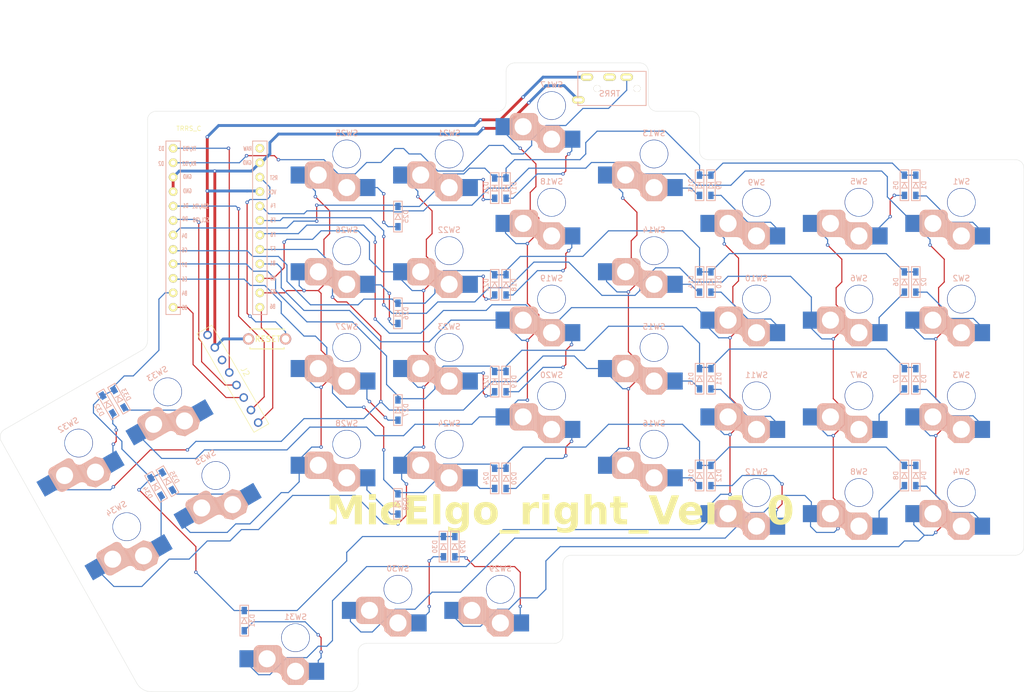
<source format=kicad_pcb>
(kicad_pcb (version 20241229) (generator "pcbnew") (generator_version "9.0")
  (layers (0 "F.Cu" signal) (2 "B.Cu" signal) (13 "F.Paste" user) (15 "B.Paste" user) (5 "F.SilkS" user "F.Silkscreen") (7 "B.SilkS" user "B.Silkscreen") (1 "F.Mask" user) (3 "B.Mask" user) (25 "Edge.Cuts" user))
  (net 0 "")
  (net 1 "Net-(D1-A)")
  (net 2 "row0")
  (net 3 "Net-(D2-A)")
  (net 4 "row2")
  (net 5 "Net-(D3-A)")
  (net 6 "row3")
  (net 7 "Net-(D4-A)")
  (net 8 "Net-(D5-A)")
  (net 9 "Net-(D6-A)")
  (net 10 "Net-(D7-A)")
  (net 11 "Net-(D8-A)")
  (net 12 "Net-(D9-A)")
  (net 13 "Net-(D10-A)")
  (net 14 "Net-(D11-A)")
  (net 15 "Net-(D12-A)")
  (net 16 "Net-(D13-A)")
  (net 17 "Net-(D14-A)")
  (net 18 "Net-(D15-A)")
  (net 19 "Net-(D16-A)")
  (net 20 "Net-(D17-A)")
  (net 21 "Net-(D18-A)")
  (net 22 "Net-(D19-A)")
  (net 23 "Net-(D20-A)")
  (net 24 "Net-(D21-A)")
  (net 25 "Net-(D22-A)")
  (net 26 "Net-(D23-A)")
  (net 27 "Net-(D24-A)")
  (net 28 "Net-(D25-A)")
  (net 29 "Net-(D26-A)")
  (net 30 "Net-(D27-A)")
  (net 31 "Net-(D28-A)")
  (net 32 "Net-(D29-A)")
  (net 33 "Net-(D30-A)")
  (net 34 "CS")
  (net 35 "MOSO")
  (net 36 "DATA")
  (net 37 "GND")
  (net 39 "VCC")
  (net 40 "SCLK")
  (net 41 "MOSI")
  (net 42 "col1")
  (net 43 "col2")
  (net 44 "col3")
  (net 45 "MOTION")
  (net 46 "Net-(D31-A)")
  (net 47 "col4")
  (net 48 "col5")
  (net 49 "col6")
  (net 50 "row4")
  (net 51 "RESET")
  (net 53 "col0")
  (net 54 "Net-(D32-A)")
  (net 55 "row1")
  (net 56 "Net-(D33-A)")
  (net 57 "Net-(D34-A)")
  (net 58 "Net-(D35-A)")
  (footprint "my_foot:PMW3360" (layer "F.Cu") (at 90 81 -60)
    (property "Reference" "J2")
    (property "Value" "~")
  )
  (footprint "kbd_Parts:TRRS_MJ-4PP-9" (layer "F.Cu") (at 156.5 30 -90)
    (property "Reference" "J1")
    (property "Value" "MJ-4PP-9_BL_kai" (hide yes))
  )
  (footprint "kbd_Parts:Micon_ProMicro" (layer "F.Cu") (at 88.39 53.708)
    (property "Reference" "U1" (hide yes))
    (property "Value" "ProMicro" (hide yes))
  )
  (footprint "my_foot:Choc_v2_Hotswap_1u_Narrow" (layer "B.Cu") (at 218 84 180)
    (property "Reference" "SW3")
    (property "Value" "SW_Push" (hide yes))
  )
  (footprint "my_foot:Choc_v2_Hotswap_1u_Narrow" (layer "B.Cu") (at 164 58.5 180)
    (property "Reference" "SW14")
    (property "Value" "SW_Push" (hide yes))
  )
  (footprint "my_foot:Choc_v2_Hotswap_1u_Narrow" (layer "B.Cu") (at 218 101 180)
    (property "Reference" "SW4")
    (property "Value" "SW_Push" (hide yes))
  )
  (footprint "my_foot:Diode_SMD_top" (layer "B.Cu") (at 76.5 100 -60)
    (property "Reference" "D34")
    (property "Value" "D" (hide yes))
  )
  (footprint "kbd_Hole:m2_Screw_Hole" (layer "B.Cu") (at 146 98.2 180)
    (property "Reference" "Ref**")
    (property "Value" "Val**")
  )
  (footprint "my_foot:Choc_v2_Hotswap_1u_Narrow" (layer "B.Cu") (at 110 75.5 180)
    (property "Reference" "SW27")
    (property "Value" "SW_Push" (hide yes))
  )
  (footprint "my_foot:Diode_SMD_top" (layer "B.Cu") (at 208 81 -90)
    (property "Reference" "D7")
    (property "Value" "D" (hide yes))
  )
  (footprint "my_foot:Diode_SMD_top" (layer "B.Cu") (at 208 64 -90)
    (property "Reference" "D6")
    (property "Value" "D" (hide yes))
  )
  (footprint "my_foot:Choc_v2_Hotswap_1u_Narrow" (layer "B.Cu") (at 128 58.5 180)
    (property "Reference" "SW22")
    (property "Value" "SW_Push" (hide yes))
  )
  (footprint "my_foot:Diode_SMD_top" (layer "B.Cu") (at 138 47.5 -90)
    (property "Reference" "D17")
    (property "Value" "D" (hide yes))
  )
  (footprint "my_foot:Diode_SMD_top" (layer "B.Cu") (at 136 47.5 -90)
    (property "Reference" "D21")
    (property "Value" "D" (hide yes))
  )
  (footprint "my_foot:Choc_v2_Hotswap_1u_Narrow" (layer "B.Cu") (at 200 84 180)
    (property "Reference" "SW7")
    (property "Value" "SW_Push" (hide yes))
  )
  (footprint "my_foot:Diode_SMD_top" (layer "B.Cu") (at 174 98 -90)
    (property "Reference" "D12")
    (property "Value" "D" (hide yes))
  )
  (footprint "my_foot:Choc_v2_Hotswap_1u_Narrow" (layer "B.Cu") (at 146 33 180)
    (property "Reference" "SW17")
    (property "Value" "SW_Push" (hide yes))
  )
  (footprint "my_foot:Choc_v2_Hotswap_1u_Narrow" (layer "B.Cu") (at 128 92.5 180)
    (property "Reference" "SW24")
    (property "Value" "SW_Push" (hide yes))
  )
  (footprint "my_foot:Choc_v2_Hotswap_1u_Narrow" (layer "B.Cu") (at 164 92.5 180)
    (property "Reference" "SW16")
    (property "Value" "SW_Push" (hide yes))
  )
  (footprint "my_foot:Choc_v2_Hotswap_1u_Narrow" (layer "B.Cu") (at 200 101 180)
    (property "Reference" "SW8")
    (property "Value" "SW_Push" (hide yes))
  )
  (footprint "my_foot:Choc_v2_Hotswap_1u_Narrow" (layer "B.Cu") (at 137 118 180)
    (property "Reference" "SW29")
    (property "Value" "SW_Push" (hide yes))
  )
  (footprint "my_foot:Choc_v2_Hotswap_1u_Narrow" (layer "B.Cu") (at 218 67 180)
    (property "Reference" "SW2")
    (property "Value" "SW_Push" (hide yes))
  )
  (footprint "my_foot:Choc_v2_Hotswap_1u_Narrow" (layer "B.Cu") (at 128 41.5 180)
    (property "Reference" "SW21")
    (property "Value" "SW_Push" (hide yes))
  )
  (footprint "my_foot:Choc_v2_Hotswap_1u_Narrow" (layer "B.Cu") (at 146 84 180)
    (property "Reference" "SW20")
    (property "Value" "SW_Push" (hide yes))
  )
  (footprint "my_foot:Diode_SMD_top" (layer "B.Cu") (at 210 64 -90)
    (property "Reference" "D2")
    (property "Value" "D" (hide yes))
  )
  (footprint "my_foot:Diode_SMD_top" (layer "B.Cu") (at 127 110.5 -90)
    (property "Reference" "D30")
    (property "Value" "D" (hide yes))
  )
  (footprint "my_foot:Choc_v2_Hotswap_1u_Narrow" (layer "B.Cu") (at 62.9 92.3 -150)
    (property "Reference" "SW32")
    (property "Value" "SW_Push" (hide yes))
  )
  (footprint "my_foot:Diode_SMD_top" (layer "B.Cu") (at 210 81 -90)
    (property "Reference" "D3")
    (property "Value" "D" (hide yes))
  )
  (footprint "my_foot:Diode_SMD_top" (layer "B.Cu") (at 70 84.5 -60)
    (property "Reference" "D33")
    (property "Value" "D" (hide yes))
  )
  (footprint "my_foot:Diode_SMD_top" (layer "B.Cu") (at 136 98.5 -90)
    (property "Reference" "D24")
    (property "Value" "D" (hide yes))
  )
  (footprint "my_foot:Choc_v2_Hotswap_1u_Narrow" (layer "B.Cu") (at 146 50 180)
    (property "Reference" "SW18")
    (property "Value" "SW_Push" (hide yes))
  )
  (footprint "my_foot:Choc_v2_Hotswap_1u_Narrow" (layer "B.Cu") (at 110 58.5 180)
    (property "Reference" "SW26")
    (property "Value" "SW_Push" (hide yes))
  )
  (footprint "my_foot:Diode_SMD_top" (layer "B.Cu") (at 92 123.5 -90)
    (property "Reference" "D31")
    (property "Value" "D" (hide yes))
  )
  (footprint "my_foot:Choc_v2_Hotswap_1u_Narrow" (layer "B.Cu") (at 110 41.5 180)
    (property "Reference" "SW25")
    (property "Value" "SW_Push" (hide yes))
  )
  (footprint "kbd_Hole:m2_Screw_Hole" (layer "B.Cu") (at 107 105 180)
    (property "Reference" "Ref**")
    (property "Value" "Val**")
  )
  (footprint "kbd_Parts:ResetSW" (layer "B.Cu") (at 96 74)
    (property "Reference" "SW00" (hide yes))
    (property "Value" "SW_Push")
  )
  (footprint "kbd_Hole:m2_Screw_Hole" (layer "B.Cu") (at 209 58.5 180)
    (property "Reference" "Ref**")
    (property "Value" "Val**")
  )
  (footprint "my_foot:Diode_SMD_top" (layer "B.Cu") (at 119 86.5 -90)
    (property "Reference" "D27")
    (property "Value" "D" (hide yes))
  )
  (footprint "my_foot:Choc_v2_Hotswap_1u_Narrow" (layer "B.Cu") (at 164 41.5 180)
    (property "Reference" "SW13")
    (property "Value" "SW_Push" (hide yes))
  )
  (footprint "my_foot:Diode_SMD_top" (layer "B.Cu") (at 172 98 -90)
    (property "Reference" "D16")
    (property "Value" "D" (hide yes))
  )
  (footprint "my_foot:Choc_v2_Hotswap_1u_Narrow" (layer "B.Cu") (at 182 84 180)
    (property "Reference" "SW11")
    (property "Value" "SW_Push" (hide yes))
  )
  (footprint "my_foot:Choc_v2_Hotswap_1u_Narrow" (layer "B.Cu") (at 182 67 180)
    (property "Reference" "SW10")
    (property "Value" "SW_Push" (hide yes))
  )
  (footprint "my_foot:Diode_SMD_top" (layer "B.Cu") (at 210 47 -90)
    (property "Reference" "D1")
    (property "Value" "D" (hide yes))
  )
  (footprint "my_foot:Choc_v2_Hotswap_1u_Narrow" (layer "B.Cu") (at 119 118 180)
    (property "Reference" "SW30")
    (property "Value" "SW_Push" (hide yes))
  )
  (footprint "my_foot:Choc_v2_Hotswap_1u_Narrow" (layer "B.Cu") (at 110 92.5 180)
    (property "Reference" "SW28")
    (property "Value" "SW_Push" (hide yes))
  )
  (footprint "my_foot:Diode_SMD_top" (layer "B.Cu") (at 208 98 -90)
    (property "Reference" "D8")
    (property "Value" "D" (hide yes))
  )
  (footprint "my_foot:Diode_SMD_top" (layer "B.Cu") (at 136 64.5 -90)
    (property "Reference" "D22")
    (property "Value" "D" (hide yes))
  )
  (footprint "my_foot:Choc_v2_Hotswap_1u_Narrow" (layer "B.Cu") (at 200 50 180)
    (property "Reference" "SW5")
    (property "Value" "SW_Push" (hide yes))
  )
  (footprint "my_foot:Choc_v2_Hotswap_1u_Narrow" (layer "B.Cu") (at 87 98 -150)
    (property "Reference" "SW35")
    (property "Value" "SW_Push" (hide yes))
  )
  (footprint "my_foot:Choc_v2_Hotswap_1u_Narrow" (layer "B.Cu") (at 200 67 180)
    (property "Reference" "SW6")
    (property "Value" "SW_Push" (hide yes))
  )
  (footprint "my_foot:Diode_SMD_top" (layer "B.Cu") (at 138 64.5 -90)
    (property "Reference" "D18")
    (property "Value" "D" (hide yes))
  )
  (footprint "my_foot:Choc_v2_Hotswap_1u_Narrow" (layer "B.Cu") (at 146 67 180)
    (property "Reference" "SW19")
    (property "Value" "SW_Push" (hide yes))
  )
  (footprint "my_foot:Choc_v2_Hotswap_1u_Narrow" (layer "B.Cu") (at 78.55 83.3 -150)
    (property "Reference" "SW33")
    (property "Value" "SW_Push" (hide yes))
  )
  (footprint "my_foot:Diode_SMD_top" (layer "B.Cu") (at 174 64 -90)
    (property "Reference" "D10")
    (property "Value" "D" (hide yes))
  )
  (footprint "my_foot:Diode_SMD_top" (layer "B.Cu") (at 68 85.5 -60)
    (property "Reference" "D32")
    (property "Value" "D" (hide yes))
  )
  (footprint "my_foot:Diode_SMD_top" (layer "B.Cu") (at 172 81 -90)
    (property "Reference" "D15")
    (property "Value" "D" (hide yes))
  )
  (footprint "my_foot:Diode_SMD_top" (layer "B.Cu") (at 174 81 -90)
    (property "Reference" "D11")
    (property "Value" "D" (hide yes))
  )
  (footprint "kbd_Hole:m2_Screw_Hole" (layer "B.Cu") (at 79.5 72 180)
    (property "Reference" "Ref**")
    (property "Value" "Val**")
  )
  (footprint "my_foot:Diode_SMD_top" (layer "B.Cu") (at 138 81.5 -90)
    (property "Reference" "D19")
    (property "Value" "D" (hide yes))
  )
  (footprint "my_foot:Choc_v2_Hotswap_1u_Narrow" (layer "B.Cu") (at 182 50 180)
    (property "Reference" "SW9")
    (property "Value" "SW_Push" (hide yes))
  )
  (footprint "my_foot:Choc_v2_Hotswap_1u_Narrow" (layer "B.Cu") (at 71.35 107 -150)
    (property "Reference" "SW34")
    (property "Value" "SW_Push" (hide yes))
  )
  (footprint "my_foot:Diode_SMD_top" (layer "B.Cu") (at 174 47 -90)
    (property "Reference" "D9")
    (property "Value" "D" (hide yes))
  )
  (footprint "my_foot:Diode_SMD_top" (layer "B.Cu") (at 119 103 -90)
    (property "Reference" "D28")
    (property "Value" "D" (hide yes))
  )
  (footprint "my_foot:Diode_SMD_top" (layer "B.Cu") (at 172 64 -90)
    (property "Reference" "D14")
    (property "Value" "D" (hide yes))
  )
  (footprint "my_foot:Diode_SMD_top" (layer "B.Cu") (at 210 98 -90)
    (property "Reference" "D4")
    (property "Value" "D" (hide yes))
  )
  (footprint "kbd_Hole:m2_Screw_Hole" (layer "B.Cu") (at 155 41 180)
    (property "Reference" "Ref**")
    (property "Value" "Val**")
  )
  (footprint "my_foot:Choc_v2_Hotswap_1u_Narrow" (layer "B.Cu") (at 101 126.5 180)
    (property "Reference" "SW31")
    (property "Value" "SW_Push" (hide yes))
  )
  (footprint "kbd_Hole:m2_Screw_Hole" (layer "B.Cu") (at 209 92.5 180)
    (property "Reference" "Ref**")
    (property "Value" "Val**")
  )
  (footprint "kbd_Hole:m2_Screw_Hole" (layer "B.Cu") (at 101 50 180)
    (property "Reference" "Ref**")
    (property "Value" "Val**")
  )
  (footprint "my_foot:Diode_SMD_top" (layer "B.Cu") (at 119 52.5 -90)
    (property "Reference" "D25")
    (property "Value" "D" (hide yes))
  )
  (footprint "my_foot:Diode_SMD_top" (layer "B.Cu") (at 129 110.5 -90)
    (property "Reference" "D29")
    (property "Value" "D" (hide yes))
  )
  (footprint "my_foot:Choc_v2_Hotswap_1u_Narrow" (layer "B.Cu") (at 182 101 180)
    (property "Reference" "SW12")
    (property "Value" "SW_Push" (hide yes))
  )
  (footprint "my_foot:Diode_SMD_top" (layer "B.Cu") (at 78.5 99 -60)
    (property "Reference" "D35")
    (property "Value" "D" (hide yes))
  )
  (footprint "my_foot:Choc_v2_Hotswap_1u_Narrow" (layer "B.Cu") (at 128 75.5 180)
    (property "Reference" "SW23")
    (property "Value" "SW_Push" (hide yes))
  )
  (footprint "my_foot:Choc_v2_Hotswap_1u_Narrow" (layer "B.Cu") (at 218 50 180)
    (property "Reference" "SW1")
    (property "Value" "SW_Push" (hide yes))
  )
  (footprint "my_foot:Diode_SMD_top" (layer "B.Cu") (at 208 47 -90)
    (property "Reference" "D5")
    (property "Value" "D" (hide yes))
  )
  (footprint "my_foot:Diode_SMD_top" (layer "B.Cu") (at 138 98.5 -90)
    (property "Reference" "D20")
    (property "Value" "D" (hide yes))
  )
  (footprint "kbd_Hole:m2_Screw_Hole" (layer "B.Cu") (at 75 130 180)
    (property "Reference" "Ref**")
    (property "Value" "Val**")
  )
  (footprint "my_foot:Diode_SMD_top" (layer "B.Cu") (at 119 69.5 -90)
    (property "Reference" "D26")
    (property "Value" "D" (hide yes))
  )
  (footprint "my_foot:Diode_SMD_top" (layer "B.Cu") (at 136 81.5 -90)
    (property "Reference" "D23")
    (property "Value" "D" (hide yes))
  )
  (footprint "my_foot:Diode_SMD_top" (layer "B.Cu") (at 172 47 -90)
    (property "Reference" "D13")
    (property "Value" "D" (hide yes))
  )
  (footprint "my_foot:Choc_v2_Hotswap_1u_Narrow" (layer "B.Cu") (at 164 75.5 180)
    (property "Reference" "SW15")
    (property "Value" "SW_Push" (hide yes))
  )
  (gr_arc (start 75 74.3) (mid 74.742295 75.261769) (end 74.03823 75.965833) (stroke (width 0.05)) (layer "Edge.Cuts"))
  (gr_arc (start 170.500001 33.999999) (mid 171.560661 34.439339) (end 172.000001 35.499999) (stroke (width 0.05)) (layer "Edge.Cuts"))
  (gr_arc (start 148.000001 126.000001) (mid 147.560661 127.060661) (end 146.500001 127.500001) (stroke (width 0.05)) (layer "Edge.Cuts"))
  (gr_line (start 164.5 34) (end 170.5 34) (stroke (width 0.05)) (layer "Edge.Cuts"))
  (gr_arc (start 229.002746 110.5) (mid 228.563409 111.560676) (end 227.502746 112) (stroke (width 0.05)) (layer "Edge.Cuts"))
  (gr_arc (start 49.241028 91.878126) (mid 49.2 90.7) (end 50.00405 89.837928) (stroke (width 0.05)) (layer "Edge.Cuts"))
  (gr_arc (start 138 27) (mid 138.43934 25.93934) (end 139.5 25.5) (stroke (width 0.05)) (layer "Edge.Cuts"))
  (gr_arc (start 112 134.5) (mid 111.56066 135.56066) (end 110.5 136) (stroke (width 0.05)) (layer "Edge.Cuts"))
  (gr_arc (start 138.000001 32.500001) (mid 137.560661 33.560661) (end 136.500001 34.000001) (stroke (width 0.05)) (layer "Edge.Cuts"))
  (gr_line (start 112 134.5) (end 112 129) (stroke (width 0.05)) (layer "Edge.Cuts"))
  (gr_line (start 113.5 127.499999) (end 146.5 127.499999) (stroke (width 0.05)) (layer "Edge.Cuts"))
  (gr_line (start 148 126) (end 148 113.5) (stroke (width 0.05)) (layer "Edge.Cuts"))
  (gr_line (start 138 32.5) (end 138 27) (stroke (width 0.05)) (layer "Edge.Cuts"))
  (gr_arc (start 173.5 42.5) (mid 172.43934 42.06066) (end 172 41) (stroke (width 0.05)) (layer "Edge.Cuts"))
  (gr_arc (start 227.500001 42.499999) (mid 228.560661 42.939339) (end 229.000001 43.999999) (stroke (width 0.05)) (layer "Edge.Cuts"))
  (gr_line (start 75.716999 136) (end 110.5 136) (stroke (width 0.05)) (layer "Edge.Cuts"))
  (gr_arc (start 75.716999 136.001924) (mid 74.216999 135.6) (end 73.118923 134.501924) (stroke (width 0.05)) (layer "Edge.Cuts"))
  (gr_line (start 172 41) (end 172 35.5) (stroke (width 0.05)) (layer "Edge.Cuts"))
  (gr_arc (start 148 113.5) (mid 148.43934 112.43934) (end 149.5 112) (stroke (width 0.05)) (layer "Edge.Cuts"))
  (gr_arc (start 161.500001 25.499999) (mid 162.560661 25.939339) (end 163.000001 26.999999) (stroke (width 0.05)) (layer "Edge.Cuts"))
  (gr_line (start 73.118923 134.501946) (end 49.24103 91.878126) (stroke (width 0.05)) (layer "Edge.Cuts"))
  (gr_arc (start 75 35.5) (mid 75.43934 34.43934) (end 76.5 34) (stroke (width 0.05)) (layer "Edge.Cuts"))
  (gr_arc (start 164.5 34) (mid 163.43934 33.56066) (end 163 32.5) (stroke (width 0.05)) (layer "Edge.Cuts"))
  (gr_line (start 75 74.3) (end 75 35.5) (stroke (width 0.05)) (layer "Edge.Cuts"))
  (gr_line (start 76.5 34) (end 136.5 34) (stroke (width 0.05)) (layer "Edge.Cuts"))
  (gr_line (start 163 32.5) (end 163 27) (stroke (width 0.05)) (layer "Edge.Cuts"))
  (gr_arc (start 111.999999 128.999999) (mid 112.439339 127.939339) (end 113.499999 127.499999) (stroke (width 0.05)) (layer "Edge.Cuts"))
  (gr_line (start 139.5 25.5) (end 161.5 25.5) (stroke (width 0.05)) (layer "Edge.Cuts"))
  (gr_line (start 229 44) (end 229 110.5) (stroke (width 0.05)) (layer "Edge.Cuts"))
  (gr_line (start 227.502746 112) (end 149.5 112) (stroke (width 0.05)) (layer "Edge.Cuts"))
  (gr_line (start 74.03823 75.965833) (end 50.00405 89.837928) (stroke (width 0.05)) (layer "Edge.Cuts"))
  (gr_line (start 173.5 42.5) (end 227.5 42.5) (stroke (width 0.05)) (layer "Edge.Cuts"))
  (gr_text "MicElgo_right_Ver1.0" (at 147.5 104.5 0) (layer "F.SilkS") (effects (font (size 5 5) (thickness 0.6) (bold yes))))
  (gr_text "TRRS_C" (at 80 37.5 -0) (layer "F.SilkS") (effects (font (size 0.8 0.8) (thickness 0.1)) (justify left bottom)))
  (segment (start 215.3 52.9) (end 215.3 52.3) (width 0.2) (layer "B.Cu") (net 1))
  (segment (start 221.45 54.95) (end 220 53.5) (width 0.2) (layer "B.Cu") (net 1))
  (segment (start 221.45 56) (end 221.45 54.95) (width 0.2) (layer "B.Cu") (net 1))
  (segment (start 220 53.5) (end 215.9 53.5) (width 0.2) (layer "B.Cu") (net 1))
  (segment (start 211.875 48.875) (end 209.9 48.875) (width 0.2) (layer "B.Cu") (net 1))
  (segment (start 215.9 53.5) (end 215.3 52.9) (width 0.2) (layer "B.Cu") (net 1))
  (segment (start 215.3 52.3) (end 211.875 48.875) (width 0.2) (layer "B.Cu") (net 1))
  (segment (start 104.725 53.3) (end 104.725 50.5) (width 0.2) (layer "F.Cu") (net 2))
  (via (at 104.725 53.3) (size 0.6) (drill 0.3) (layers "F.Cu" "B.Cu") (net 2))
  (via (at 104.725 50.5) (size 0.6) (drill 0.3) (layers "F.Cu" "B.Cu") (net 2))
  (segment (start 154 37.5) (end 152 39.5) (width 0.2) (layer "B.Cu") (net 2))
  (segment (start 130.5671 45) (end 127 45) (width 0.2) (layer "B.Cu") (net 2))
  (segment (start 208 45.225) (end 205.876 43.101) (width 0.2) (layer "B.Cu") (net 2))
  (segment (start 166 37.5) (end 154 37.5) (width 0.2) (layer "B.Cu") (net 2))
  (segment (start 134.275 44) (end 131.5671 44) (width 0.2) (layer "B.Cu") (net 2))
  (segment (start 104.725 53.3) (end 100.7 53.3) (width 0.2) (layer "B.Cu") (net 2))
  (segment (start 139.5 42.5) (end 138 44) (width 0.2) (layer "B.Cu") (net 2))
  (segment (start 210 45.225) (end 208 45.225) (width 0.2) (layer "B.Cu") (net 2))
  (segment (start 99.5 54.5) (end 80.74 54.5) (width 0.2) (layer "B.Cu") (net 2))
  (segment (start 152 41.5) (end 151 42.5) (width 0.2) (layer "B.Cu") (net 2))
  (segment (start 122.775 50.725) (end 119 50.725) (width 0.2) (layer "B.Cu") (net 2))
  (segment (start 205.876 43.101) (end 176.124 43.101) (width 0.2) (layer "B.Cu") (net 2))
  (segment (start 127 45) (end 125.5 46.5) (width 0.2) (layer "B.Cu") (net 2))
  (segment (start 125.5 46.5) (end 125.5 48) (width 0.2) (layer "B.Cu") (net 2))
  (segment (start 151 42.5) (end 139.5 42.5) (width 0.2) (layer "B.Cu") (net 2))
  (segment (start 119 50.725) (end 118.775 50.5) (width 0.2) (layer "B.Cu") (net 2))
  (segment (start 136.225 45.5) (end 136 45.725) (width 0.2) (layer "B.Cu") (net 2))
  (segment (start 172 43.5) (end 166 37.5) (width 0.2) (layer "B.Cu") (net 2))
  (segment (start 137.775 45.5) (end 136.225 45.5) (width 0.2) (layer "B.Cu") (net 2))
  (segment (start 176.124 43.101) (end 174 45.225) (width 0.2) (layer "B.Cu") (net 2))
  (segment (start 136 45.725) (end 134.275 44) (width 0.2) (layer "B.Cu") (net 2))
  (segment (start 125.5 48) (end 122.775 50.725) (width 0.2) (layer "B.Cu") (net 2))
  (segment (start 152 39.5) (end 152 41.5) (width 0.2) (layer "B.Cu") (net 2))
  (segment (start 100.7 53.3) (end 99.5 54.5) (width 0.2) (layer "B.Cu") (net 2))
  (segment (start 80.74 54.5) (end 79.5 55.74) (width 0.2) (layer "B.Cu") (net 2))
  (segment (start 174 45.225) (end 172 45.225) (width 0.2) (layer "B.Cu") (net 2))
  (segment (start 138 44) (end 138 45.725) (width 0.2) (layer "B.Cu") (net 2))
  (segment (start 138 45.725) (end 137.775 45.5) (width 0.2) (layer "B.Cu") (net 2))
  (segment (start 131.5671 44) (end 130.5671 45) (width 0.2) (layer "B.Cu") (net 2))
  (segment (start 172 45.225) (end 172 43.5) (width 0.2) (layer "B.Cu") (net 2))
  (segment (start 118.775 50.5) (end 104.725 50.5) (width 0.2) (layer "B.Cu") (net 2))
  (segment (start 221.55 71.85) (end 220.1 70.4) (width 0.2) (layer "B.Cu") (net 3))
  (segment (start 216 70.4) (end 215.4 69.8) (width 0.2) (layer "B.Cu") (net 3))
  (segment (start 221.55 72.9) (end 221.55 71.85) (width 0.2) (layer "B.Cu") (net 3))
  (segment (start 215.4 69.8) (end 215.4 69.2) (width 0.2) (layer "B.Cu") (net 3))
  (segment (start 215.4 69.2) (end 211.975 65.775) (width 0.2) (layer "B.Cu") (net 3))
  (segment (start 220.1 70.4) (end 216 70.4) (width 0.2) (layer "B.Cu") (net 3))
  (segment (start 211.975 65.775) (end 210 65.775) (width 0.2) (layer "B.Cu") (net 3))
  (segment (start 138 78.775) (end 138 79.5) (width 0.2) (layer "B.Cu") (net 4))
  (segment (start 119.5 84.5) (end 117 82) (width 0.2) (layer "B.Cu") (net 4))
  (segment (start 92.32 60.82) (end 79.5 60.82) (width 0.2) (layer "B.Cu") (net 4))
  (segment (start 96.1 62.1) (end 93.6 62.1) (width 0.2) (layer "B.Cu") (net 4))
  (segment (start 111 71) (end 103 71) (width 0.2) (layer "B.Cu") (net 4))
  (segment (start 174 79) (end 172 79) (width 0.2) (layer "B.Cu") (net 4))
  (segment (start 117 82) (end 117 77) (width 0.2) (layer "B.Cu") (net 4))
  (segment (start 119.5 84.5) (end 119 84.5) (width 0.2) (layer "B.Cu") (net 4))
  (segment (start 136 79.5) (end 135.275 78.775) (width 0.2) (layer "B.Cu") (net 4))
  (segment (start 123.775 84.5) (end 119.5 84.5) (width 0.2) (layer "B.Cu") (net 4))
  (segment (start 156 71.775) (end 151.775 76) (width 0.2) (layer "B.Cu") (net 4))
  (segment (start 204.775 75.775) (end 177.225 75.775) (width 0.2) (layer "B.Cu") (net 4))
  (segment (start 208 79) (end 204.775 75.775) (width 0.2) (layer "B.Cu") (net 4))
  (segment (start 135.275 78.775) (end 127 78.775) (width 0.2) (layer "B.Cu") (net 4))
  (segment (start 169 71.775) (end 156 71.775) (width 0.2) (layer "B.Cu") (net 4))
  (segment (start 97.5 63.5) (end 96.1 62.1) (width 0.2) (layer "B.Cu") (net 4))
  (segment (start 103 71) (end 97.5 65.5) (width 0.2) (layer "B.Cu") (net 4))
  (segment (start 97.5 65.5) (end 97.5 63.5) (width 0.2) (layer "B.Cu") (net 4))
  (segment (start 177.225 75.775) (end 174 79) (width 0.2) (layer "B.Cu") (net 4))
  (segment (start 210 79) (end 208 79) (width 0.2) (layer "B.Cu") (net 4))
  (segment (start 117 77) (end 111 71) (width 0.2) (layer "B.Cu") (net 4))
  (segment (start 93.6 62.1) (end 92.32 60.82) (width 0.2) (layer "B.Cu") (net 4))
  (segment (start 151.775 76) (end 140.775 76) (width 0.2) (layer "B.Cu") (net 4))
  (segment (start 138 79.5) (end 136 79.5) (width 0.2) (layer "B.Cu") (net 4))
  (segment (start 172 79) (end 172 74.775) (width 0.2) (layer "B.Cu") (net 4))
  (segment (start 127 78.775) (end 125.5 80.275) (width 0.2) (layer "B.Cu") (net 4))
  (segment (start 140.775 76) (end 138 78.775) (width 0.2) (layer "B.Cu") (net 4))
  (segment (start 125.5 80.275) (end 125.5 82.775) (width 0.2) (layer "B.Cu") (net 4))
  (segment (start 172 74.775) (end 169 71.775) (width 0.2) (layer "B.Cu") (net 4))
  (segment (start 125.5 82.775) (end 123.775 84.5) (width 0.2) (layer "B.Cu") (net 4))
  (segment (start 221.5 90) (end 221.5 88.95) (width 0.2) (layer "B.Cu") (net 5))
  (segment (start 215.95 87.5) (end 215.35 86.9) (width 0.2) (layer "B.Cu") (net 5))
  (segment (start 220.05 87.5) (end 215.95 87.5) (width 0.2) (layer "B.Cu") (net 5))
  (segment (start 215.35 86.3) (end 211.925 82.875) (width 0.2) (layer "B.Cu") (net 5))
  (segment (start 215.35 86.9) (end 215.35 86.3) (width 0.2) (layer "B.Cu") (net 5))
  (segment (start 211.925 82.875) (end 209.95 82.875) (width 0.2) (layer "B.Cu") (net 5))
  (segment (start 221.5 88.95) (end 220.05 87.5) (width 0.2) (layer "B.Cu") (net 5))
  (segment (start 116.5 89.5) (end 115.5 88.5) (width 0.2) (layer "F.Cu") (net 6))
  (segment (start 116.5 93.5) (end 116.5 89.5) (width 0.2) (layer "F.Cu") (net 6))
  (segment (start 115.5 88.5) (end 113 86) (width 0.2) (layer "F.Cu") (net 6))
  (via (at 113 86) (size 0.6) (drill 0.3) (layers "F.Cu" "B.Cu") (net 6))
  (via (at 116.5 93.5) (size 0.6) (drill 0.3) (layers "F.Cu" "B.Cu") (net 6))
  (segment (start 104.5 73.5) (end 102.5 73.5) (width 0.2) (layer "B.Cu") (net 6))
  (segment (start 110 86) (end 107.5 83.5) (width 0.2) (layer "B.Cu") (net 6))
  (segment (start 135.275 96) (end 127 96) (width 0.2) (layer "B.Cu") (net 6))
  (segment (start 106.5 77) (end 106.5 75.5) (width 0.2) (layer "B.Cu") (net 6))
  (segment (start 79.64 63.5) (end 79.5 63.36) (width 0.2) (layer "B.Cu") (net 6))
  (segment (start 204.775 93) (end 177.225 93) (width 0.2) (layer "B.Cu") (net 6))
  (segment (start 92 63.5) (end 79.64 63.5) (width 0.2) (layer "B.Cu") (net 6))
  (segment (start 107.5 78) (end 106.5 77) (width 0.2) (layer "B.Cu") (net 6))
  (segment (start 95.6 64.6) (end 93.1 64.6) (width 0.2) (layer "B.Cu") (net 6))
  (segment (start 125.5 97.5) (end 125.5 99) (width 0.2) (layer "B.Cu") (net 6))
  (segment (start 107.5 83.5) (end 107.5 78) (width 0.2) (layer "B.Cu") (net 6))
  (segment (start 93.1 64.6) (end 92 63.5) (width 0.2) (layer "B.Cu") (net 6))
  (segment (start 119.225 101) (end 119 101.225) (width 0.2) (layer "B.Cu") (net 6))
  (segment (start 113 86) (end 110 86) (width 0.2) (layer "B.Cu") (net 6))
  (segment (start 169 89) (end 156 89) (width 0.2) (layer "B.Cu") (net 6))
  (segment (start 116.5 98.725) (end 116.5 98.5) (width 0.2) (layer "B.Cu") (net 6))
  (segment (start 119 101.225) (end 119 101.725) (width 0.2) (layer "B.Cu") (net 6))
  (segment (start 141 93) (end 138 96) (width 0.2) (layer "B.Cu") (net 6))
  (segment (start 208 96.225) (end 204.775 93) (width 0.2) (layer "B.Cu") (net 6))
  (segment (start 98.5 67.5) (end 95.6 64.6) (width 0.2) (layer "B.Cu") (net 6))
  (segment (start 98.5 69.5) (end 98.5 67.5) (width 0.2) (layer "B.Cu") (net 6))
  (segment (start 106.5 75.5) (end 104.5 73.5) (width 0.2) (layer "B.Cu") (net 6))
  (segment (start 172 96.225) (end 172 92) (width 0.2) (layer "B.Cu") (net 6))
  (segment (start 125.5 99) (end 123.5 101) (width 0.2) (layer "B.Cu") (net 6))
  (segment (start 156 89) (end 152 93) (width 0.2) (layer "B.Cu") (net 6))
  (segment (start 119 101.225) (end 116.5 98.725) (width 0.2) (layer "B.Cu") (net 6))
  (segment (start 136 96.725) (end 135.275 96) (width 0.2) (layer "B.Cu") (net 6))
  (segment (start 116.5 98.5) (end 116.5 93.5) (width 0.2) (layer "B.Cu") (net 6))
  (segment (start 123.5 101) (end 119.225 101) (width 0.2) (layer "B.Cu") (net 6))
  (segment (start 138 96.725) (end 136 96.725) (width 0.2) (layer "B.Cu") (net 6))
  (segment (start 210 96.225) (end 208 96.225) (width 0.2) (layer "B.Cu") (net 6))
  (segment (start 177.225 93) (end 174 96.225) (width 0.2) (layer "B.Cu") (net 6))
  (segment (start 102.5 73.5) (end 98.5 69.5) (width 0.2) (layer "B.Cu") (net 6))
  (segment (start 152 93) (end 141 93) (width 0.2) (layer "B.Cu") (net 6))
  (segment (start 138 96) (end 138 96.725) (width 0.2) (layer "B.Cu") (net 6))
  (segment (start 174 96.225) (end 172 96.225) (width 0.2) (layer "B.Cu") (net 6))
  (segment (start 172 92) (end 169 89) (width 0.2) (layer "B.Cu") (net 6))
  (segment (start 127 96) (end 125.5 97.5) (width 0.2) (layer "B.Cu") (net 6))
  (segment (start 215.35 103.9) (end 215.35 103.3) (width 0.2) (layer "B.Cu") (net 7))
  (segment (start 221.5 107) (end 221.5 105.95) (width 0.2) (layer "B.Cu") (net 7))
  (segment (start 211.925 99.875) (end 209.95 99.875) (width 0.2) (layer "B.Cu") (net 7))
  (segment (start 215.35 103.3) (end 211.925 99.875) (width 0.2) (layer "B.Cu") (net 7))
  (segment (start 215.95 104.5) (end 215.35 103.9) (width 0.2) (layer "B.Cu") (net 7))
  (segment (start 221.5 105.95) (end 220.05 104.5) (width 0.2) (layer "B.Cu") (net 7))
  (segment (start 220.05 104.5) (end 215.95 104.5) (width 0.2) (layer "B.Cu") (net 7))
  (segment (start 205.5 49.5) (end 205.5 52.5) (width 0.2) (layer "F.Cu") (net 8))
  (segment (start 206.225 48.775) (end 205.5 49.5) (width 0.2) (layer "F.Cu") (net 8))
  (via (at 205.5 52.5) (size 0.6) (drill 0.3) (layers "F.Cu" "B.Cu") (net 8))
  (via (at 206.225 48.775) (size 0.6) (drill 0.3) (layers "F.Cu" "B.Cu") (net 8))
  (segment (start 203.55 55.9) (end 203.55 54.45) (width 0.2) (layer "B.Cu") (net 8))
  (segment (start 203.55 54.45) (end 205.5 52.5) (width 0.2) (layer "B.Cu") (net 8))
  (segment (start 206.225 48.775) (end 208 48.775) (width 0.2) (layer "B.Cu") (net 8))
  (segment (start 203.55 70.225) (end 208 65.775) (width 0.2) (layer "B.Cu") (net 9))
  (segment (start 203.55 72.9) (end 203.55 70.225) (width 0.2) (layer "B.Cu") (net 9))
  (segment (start 203.55 89.9) (end 203.55 87.225) (width 0.2) (layer "B.Cu") (net 10))
  (segment (start 203.55 87.225) (end 208 82.775) (width 0.2) (layer "B.Cu") (net 10))
  (segment (start 203.55 104.225) (end 208 99.775) (width 0.2) (layer "B.Cu") (net 11))
  (segment (start 203.55 106.9) (end 203.55 104.225) (width 0.2) (layer "B.Cu") (net 11))
  (segment (start 185.55 55.9) (end 185.55 54.55) (width 0.2) (layer "B.Cu") (net 12))
  (segment (start 180.5 53.5) (end 175.775 48.775) (width 0.2) (layer "B.Cu") (net 12))
  (segment (start 184.5 53.5) (end 180.5 53.5) (width 0.2) (layer "B.Cu") (net 12))
  (segment (start 175.775 48.775) (end 174 48.775) (width 0.2) (layer "B.Cu") (net 12))
  (segment (start 185.55 54.55) (end 184.5 53.5) (width 0.2) (layer "B.Cu") (net 12))
  (segment (start 175.775 65.775) (end 174 65.775) (width 0.2) (layer "B.Cu") (net 13))
  (segment (start 184.5 70.5) (end 180.5 70.5) (width 0.2) (layer "B.Cu") (net 13))
  (segment (start 185.55 71.55) (end 184.5 70.5) (width 0.2) (layer "B.Cu") (net 13))
  (segment (start 180.5 70.5) (end 175.775 65.775) (width 0.2) (layer "B.Cu") (net 13))
  (segment (start 185.55 72.9) (end 185.55 71.55) (width 0.2) (layer "B.Cu") (net 13))
  (segment (start 184.45 87.6) (end 180.45 87.6) (width 0.2) (layer "B.Cu") (net 14))
  (segment (start 185.5 88.65) (end 184.45 87.6) (width 0.2) (layer "B.Cu") (net 14))
  (segment (start 175.725 82.875) (end 173.95 82.875) (width 0.2) (layer "B.Cu") (net 14))
  (segment (start 185.5 90) (end 185.5 88.65) (width 0.2) (layer "B.Cu") (net 14))
  (segment (start 180.45 87.6) (end 175.725 82.875) (width 0.2) (layer "B.Cu") (net 14))
  (segment (start 186.5 103) (end 186.5 99.5) (width 0.2) (layer "F.Cu") (net 15))
  (segment (start 185.5 104) (end 186.5 103) (width 0.2) (layer "F.Cu") (net 15))
  (via (at 185.5 104) (size 0.6) (drill 0.3) (layers "F.Cu" "B.Cu") (net 15))
  (via (at 186.5 99.5) (size 0.6) (drill 0.3) (layers "F.Cu" "B.Cu") (net 15))
  (segment (start 185.5 106.85) (end 185.55 106.9) (width 0.2) (layer "B.Cu") (net 15))
  (segment (start 185.5 104) (end 185.5 106.85) (width 0.2) (layer "B.Cu") (net 15))
  (segment (start 185 98) (end 186.5 99.5) (width 0.2) (layer "B.Cu") (net 15))
  (segment (start 174 99.775) (end 177.725 99.775) (width 0.2) (layer "B.Cu") (net 15))
  (segment (start 177.725 99.775) (end 179.5 98) (width 0.2) (layer "B.Cu") (net 15))
  (segment (start 179.5 98) (end 185 98) (width 0.2) (layer "B.Cu") (net 15))
  (segment (start 171.775 48.775) (end 172 48.775) (width 0.2) (layer "B.Cu") (net 16))
  (segment (start 170.5 47.5) (end 171.775 48.775) (width 0.2) (layer "B.Cu") (net 16))
  (segment (start 167.65 47.5) (end 170.5 47.5) (width 0.2) (layer "B.Cu") (net 16))
  (segment (start 167.55 47.4) (end 167.65 47.5) (width 0.2) (layer "B.Cu") (net 16))
  (segment (start 170.4 64.4) (end 171.775 65.775) (width 0.2) (layer "B.Cu") (net 17))
  (segment (start 171.775 65.775) (end 172 65.775) (width 0.2) (layer "B.Cu") (net 17))
  (segment (start 167.55 64.4) (end 170.4 64.4) (width 0.2) (layer "B.Cu") (net 17))
  (segment (start 167.55 81.4) (end 170.625 81.4) (width 0.2) (layer "B.Cu") (net 18))
  (segment (start 170.625 81.4) (end 172 82.775) (width 0.2) (layer "B.Cu") (net 18))
  (segment (start 167.55 98.4) (end 170.625 98.4) (width 0.2) (layer "B.Cu") (net 19))
  (segment (start 170.625 98.4) (end 172 99.775) (width 0.2) (layer "B.Cu") (net 19))
  (segment (start 149 41.5) (end 148.5 42) (width 0.2) (layer "F.Cu") (net 20))
  (segment (start 148.5 44.5) (end 148 45) (width 0.2) (layer "F.Cu") (net 20))
  (segment (start 148.5 42) (end 148.5 44.5) (width 0.2) (layer "F.Cu") (net 20))
  (via (at 149 41.5) (size 0.6) (drill 0.3) (layers "F.Cu" "B.Cu") (net 20))
  (via (at 148 45) (size 0.6) (drill 0.3) (layers "F.Cu" "B.Cu") (net 20))
  (segment (start 149.55 40.95) (end 149 41.5) (width 0.2) (layer "B.Cu") (net 20))
  (segment (start 149.55 38.9) (end 149.55 40.95) (width 0.2) (layer "B.Cu") (net 20))
  (segment (start 143.5 45) (end 139.225 49.275) (width 0.2) (layer "B.Cu") (net 20))
  (segment (start 148 45) (end 143.5 45) (width 0.2) (layer "B.Cu") (net 20))
  (segment (start 139.225 49.275) (end 138 49.275) (width 0.2) (layer "B.Cu") (net 20))
  (segment (start 148.5 61.5) (end 148 62) (width 0.2) (layer "F.Cu") (net 21))
  (segment (start 149 58.5) (end 148.5 59) (width 0.2) (layer "F.Cu") (net 21))
  (segment (start 148.5 59) (end 148.5 61.5) (width 0.2) (layer "F.Cu") (net 21))
  (via (at 149 58.5) (size 0.6) (drill 0.3) (layers "F.Cu" "B.Cu") (net 21))
  (via (at 148 62) (size 0.6) (drill 0.3) (layers "F.Cu" "B.Cu") (net 21))
  (segment (start 148 62) (end 143.5 62) (width 0.2) (layer "B.Cu") (net 21))
  (segment (start 143.5 62) (end 139.225 66.275) (width 0.2) (layer "B.Cu") (net 21))
  (segment (start 149.55 55.9) (end 149.55 57.95) (width 0.2) (layer "B.Cu") (net 21))
  (segment (start 139.225 66.275) (end 138 66.275) (width 0.2) (layer "B.Cu") (net 21))
  (segment (start 149.55 57.95) (end 149 58.5) (width 0.2) (layer "B.Cu") (net 21))
  (segment (start 149.5 75) (end 148.5 76) (width 0.2) (layer "F.Cu") (net 22))
  (segment (start 148.5 76) (end 148.5 78.5) (width 0.2) (layer "F.Cu") (net 22))
  (segment (start 148.5 78.5) (end 148 79) (width 0.2) (layer "F.Cu") (net 22))
  (via (at 149.5 75) (size 0.6) (drill 0.3) (layers "F.Cu" "B.Cu") (net 22))
  (via (at 148 79) (size 0.6) (drill 0.3) (layers "F.Cu" "B.Cu") (net 22))
  (segment (start 148 79) (end 144.5 79) (width 0.2) (layer "B.Cu") (net 22))
  (segment (start 144.5 79) (end 140.225 83.275) (width 0.2) (layer "B.Cu") (net 22))
  (segment (start 149.55 74.95) (end 149.55 72.9) (width 0.2) (layer "B.Cu") (net 22))
  (segment (start 140.225 83.275) (end 138 83.275) (width 0.2) (layer "B.Cu") (net 22))
  (segment (start 149.5 75) (end 149.55 74.95) (width 0.2) (layer "B.Cu") (net 22))
  (segment (start 148.5 93) (end 149.5 92) (width 0.2) (layer "F.Cu") (net 23))
  (segment (start 148.5 94.5) (end 148.5 93) (width 0.2) (layer "F.Cu") (net 23))
  (via (at 149.5 92) (size 0.6) (drill 0.3) (layers "F.Cu" "B.Cu") (net 23))
  (via (at 148.5 94.5) (size 0.6) (drill 0.3) (layers "F.Cu" "B.Cu") (net 23))
  (segment (start 148.5 94.5) (end 148 95) (width 0.2) (layer "B.Cu") (net 23))
  (segment (start 148 95) (end 145 95) (width 0.2) (layer "B.Cu") (net 23))
  (segment (start 149.5 92) (end 149.55 91.95) (width 0.2) (layer "B.Cu") (net 23))
  (segment (start 145 95) (end 139.725 100.275) (width 0.2) (layer "B.Cu") (net 23))
  (segment (start 149.55 91.95) (end 149.55 89.9) (width 0.2) (layer "B.Cu") (net 23))
  (segment (start 139.725 100.275) (end 138 100.275) (width 0.2) (layer "B.Cu") (net 23))
  (segment (start 134 46) (end 134 49.5) (width 0.2) (layer "F.Cu") (net 24))
  (via (at 134 49.5) (size 0.6) (drill 0.3) (layers "F.Cu" "B.Cu") (net 24))
  (via (at 134 46) (size 0.6) (drill 0.3) (layers "F.Cu" "B.Cu") (net 24))
  (segment (start 135.775 49.5) (end 136 49.275) (width 0.2) (layer "B.Cu") (net 24))
  (segment (start 132.95 46) (end 134 46) (width 0.2) (layer "B.Cu") (net 24))
  (segment (start 131.55 47.4) (end 132.95 46) (width 0.2) (layer "B.Cu") (net 24))
  (segment (start 134 49.5) (end 135.775 49.5) (width 0.2) (layer "B.Cu") (net 24))
  (segment (start 134 66.5) (end 134.5 67) (width 0.2) (layer "F.Cu") (net 25))
  (segment (start 134 63) (end 134 66.5) (width 0.2) (layer "F.Cu") (net 25))
  (via (at 134 63) (size 0.6) (drill 0.3) (layers "F.Cu" "B.Cu") (net 25))
  (via (at 134.5 67) (size 0.6) (drill 0.3) (layers "F.Cu" "B.Cu") (net 25))
  (segment (start 132.95 63) (end 134 63) (width 0.2) (layer "B.Cu") (net 25))
  (segment (start 134.5 67) (end 135.275 67) (width 0.2) (layer "B.Cu") (net 25))
  (segment (start 131.55 64.4) (end 132.95 63) (width 0.2) (layer "B.Cu") (net 25))
  (segment (start 135.275 67) (end 136 66.275) (width 0.2) (layer "B.Cu") (net 25))
  (segment (start 134 83.5) (end 134.5 84) (width 0.2) (layer "F.Cu") (net 26))
  (segment (start 134 80) (end 134 83.5) (width 0.2) (layer "F.Cu") (net 26))
  (via (at 134.5 84) (size 0.6) (drill 0.3) (layers "F.Cu" "B.Cu") (net 26))
  (via (at 134 80) (size 0.6) (drill 0.3) (layers "F.Cu" "B.Cu") (net 26))
  (segment (start 131.55 81.4) (end 132.95 80) (width 0.2) (layer "B.Cu") (net 26))
  (segment (start 134.5 84) (end 135.275 84) (width 0.2) (layer "B.Cu") (net 26))
  (segment (start 135.275 84) (end 136 83.275) (width 0.2) (layer "B.Cu") (net 26))
  (segment (start 132.95 80) (end 134 80) (width 0.2) (layer "B.Cu") (net 26))
  (segment (start 133.425 100.275) (end 136 100.275) (width 0.2) (layer "B.Cu") (net 27))
  (segment (start 131.55 98.4) (end 133.425 100.275) (width 0.2) (layer "B.Cu") (net 27))
  (segment (start 116.5 48.5) (end 116.5 53.5) (width 0.2) (layer "F.Cu") (net 28))
  (via (at 116.5 53.5) (size 0.6) (drill 0.3) (layers "F.Cu" "B.Cu") (net 28))
  (via (at 116.5 48.5) (size 0.6) (drill 0.3) (layers "F.Cu" "B.Cu") (net 28))
  (segment (start 117.275 54.275) (end 119 54.275) (width 0.2) (layer "B.Cu") (net 28))
  (segment (start 115.4 47.4) (end 116.5 48.5) (width 0.2) (layer "B.Cu") (net 28))
  (segment (start 113.55 47.4) (end 115.4 47.4) (width 0.2) (layer "B.Cu") (net 28))
  (segment (start 116.5 53.5) (end 117.275 54.275) (width 0.2) (layer "B.Cu") (net 28))
  (segment (start 117.5 66) (end 117.5 70.5) (width 0.2) (layer "F.Cu") (net 29))
  (via (at 117.5 70.5) (size 0.6) (drill 0.3) (layers "F.Cu" "B.Cu") (net 29))
  (via (at 117.5 66) (size 0.6) (drill 0.3) (layers "F.Cu" "B.Cu") (net 29))
  (segment (start 118 71.5) (end 118.775 71.5) (width 0.2) (layer "B.Cu") (net 29))
  (segment (start 113.55 64.4) (end 114.4 64.4) (width 0.2) (layer "B.Cu") (net 29))
  (segment (start 117.5 71) (end 118 71.5) (width 0.2) (layer "B.Cu") (net 29))
  (segment (start 117.5 70.5) (end 117.5 71) (width 0.2) (layer "B.Cu") (net 29))
  (segment (start 116 64.5) (end 117.5 66) (width 0.2) (layer "B.Cu") (net 29))
  (segment (start 118.775 71.5) (end 119 71.275) (width 0.2) (layer "B.Cu") (net 29))
  (segment (start 114.4 64.4) (end 114.5 64.5) (width 0.2) (layer "B.Cu") (net 29))
  (segment (start 114.5 64.5) (end 116 64.5) (width 0.2) (layer "B.Cu") (net 29))
  (segment (start 114 85) (end 116.802573 87.802574) (width 0.2) (layer "F.Cu") (net 30))
  (via (at 114 85) (size 0.6) (drill 0.3) (layers "F.Cu" "B.Cu") (net 30))
  (via (at 116.802573 87.802574) (size 0.6) (drill 0.3) (layers "F.Cu" "B.Cu") (net 30))
  (segment (start 116.802573 87.802574) (end 117.274999 88.275) (width 0.2) (layer "B.Cu") (net 30))
  (segment (start 113.55 81.4) (end 113.55 84.55) (width 0.2) (layer "B.Cu") (net 30))
  (segment (start 117.274999 88.275) (end 119 88.275) (width 0.2) (layer "B.Cu") (net 30))
  (segment (start 113.55 84.55) (end 114 85) (width 0.2) (layer "B.Cu") (net 30))
  (segment (start 113.55 100.55) (end 117.775 104.775) (width 0.2) (layer "B.Cu") (net 31))
  (segment (start 113.55 98.4) (end 113.55 100.55) (width 0.2) (layer "B.Cu") (net 31))
  (segment (start 117.775 104.775) (end 119 104.775) (width 0.2) (layer "B.Cu") (net 31))
  (segment (start 132.5 114) (end 131.011655 112.511655) (width 0.2) (layer "F.Cu") (net 32))
  (segment (start 131.011655 112.511655) (end 131 112.511655) (width 0.2) (layer "F.Cu") (net 32))
  (segment (start 140.5 121) (end 140.5 115) (width 0.2) (layer "F.Cu") (net 32))
  (segment (start 140.5 115) (end 139.5 114) (width 0.2) (layer "F.Cu") (net 32))
  (segment (start 139.5 114) (end 132.5 114) (width 0.2) (layer "F.Cu") (net 32))
  (via (at 140.5 121) (size 0.6) (drill 0.3) (layers "F.Cu" "B.Cu") (net 32))
  (via (at 131 112.511655) (size 0.6) (drill 0.3) (layers "F.Cu" "B.Cu") (net 32))
  (segment (start 140.5 123.85) (end 140.55 123.9) (width 0.2) (layer "B.Cu") (net 32))
  (segment (start 130.775 112.275) (end 131 112.5) (width 0.2) (layer "B.Cu") (net 32))
  (segment (start 129 112.275) (end 130.775 112.275) (width 0.2) (layer "B.Cu") (net 32))
  (segment (start 140.5 121) (end 140.5 123.85) (width 0.2) (layer "B.Cu") (net 32))
  (segment (start 124.5 113) (end 124.5 121) (width 0.2) (layer "F.Cu") (net 33))
  (via (at 124.5 113) (size 0.6) (drill 0.3) (layers "F.Cu" "B.Cu") (net 33))
  (via (at 124.5 121) (size 0.6) (drill 0.3) (layers "F.Cu" "B.Cu") (net 33))
  (segment (start 125.225 112.275) (end 127 112.275) (width 0.2) (layer "B.Cu") (net 33))
  (segment (start 124.5 121.95) (end 122.55 123.9) (width 0.2) (layer "B.Cu") (net 33))
  (segment (start 124.5 113) (end 125.225 112.275) (width 0.2) (layer "B.Cu") (net 33))
  (segment (start 124.5 121) (end 124.5 121.95) (width 0.2) (layer "B.Cu") (net 33))
  (segment (start 97 86.143966) (end 97 74) (width 0.2) (layer "F.Cu") (net 34))
  (segment (start 97 74) (end 95 72) (width 0.2) (layer "F.Cu") (net 34))
  (segment (start 95 68.7) (end 94.74 68.44) (width 0.2) (layer "F.Cu") (net 34))
  (segment (start 94.445 88.698966) (end 97 86.143966) (width 0.2) (layer "F.Cu") (net 34))
  (segment (start 95 72) (end 95 68.7) (width 0.2) (layer "F.Cu") (net 34))
  (segment (start 91 70) (end 91 51) (width 0.2) (layer "F.Cu") (net 35))
  (segment (start 95.5 74.5) (end 94.051 73.051) (width 0.2) (layer "F.Cu") (net 35))
  (segment (start 95.5 84.174261) (end 95.5 74.5) (width 0.2) (layer "F.Cu") (net 35))
  (segment (start 93.175 86.499261) (end 95.5 84.174261) (width 0.2) (layer "F.Cu") (net 35))
  (segment (start 94.051 73.051) (end 91 70) (width 0.2) (layer "F.Cu") (net 35))
  (via (at 90.999999 51.137648) (size 0.6) (drill 0.3) (layers "F.Cu" "B.Cu") (net 35))
  (segment (start 90.522351 50.66) (end 79.5 50.66) (width 0.2) (layer "B.Cu") (net 35))
  (segment (start 90.999999 51.137648) (end 90.522351 50.66) (width 0.2) (layer "B.Cu") (net 35))
  (segment (start 92.4 41.8) (end 97.3 41.8) (width 0.2) (layer "F.Cu") (net 36))
  (segment (start 97.3 41.8) (end 98 42.5) (width 0.2) (layer "F.Cu") (net 36))
  (via (at 92.4 41.8) (size 0.6) (drill 0.3) (layers "F.Cu" "B.Cu") (net 36))
  (via (at 98 42.5) (size 0.6) (drill 0.3) (layers "F.Cu" "B.Cu") (net 36))
  (segment (start 139 41.5) (end 137.5 40) (width 0.2) (layer "B.Cu") (net 36))
  (segment (start 108.5 45) (end 106 42.5) (width 0.2) (layer "B.Cu") (net 36))
  (segment (start 113.5 43) (end 111.5 45) (width 0.2) (layer "B.Cu") (net 36))
  (segment (start 92.4 41.8) (end 91.16 43.04) (width 0.2) (layer "B.Cu") (net 36))
  (segment (start 130.5 44.5) (end 126 44.5) (width 0.2) (layer "B.Cu") (net 36))
  (segment (start 116 43) (end 113.5 43) (width 0.2) (layer "B.Cu") (net 36))
  (segment (start 120 40.541146) (end 118.458854 40.541146) (width 0.2) (layer "B.Cu") (net 36))
  (segment (start 137.5 40) (end 135 40) (width 0.2) (layer "B.Cu") (net 36))
  (segment (start 111.5 45) (end 108.5 45) (width 0.2) (layer "B.Cu") (net 36))
  (segment (start 120.958854 41.5) (end 120 40.541146) (width 0.2) (layer "B.Cu") (net 36))
  (segment (start 118.458854 40.541146) (end 116 43) (width 0.2) (layer "B.Cu") (net 36))
  (segment (start 159.2 28) (end 159.2 30.3) (width 0.2) (layer "B.Cu") (net 36))
  (segment (start 159.2 30.3) (end 156 33.5) (width 0.2) (layer "B.Cu") (net 36))
  (segment (start 126 44.5) (end 123 41.5) (width 0.2) (layer "B.Cu") (net 36))
  (segment (start 148.5 36.5) (end 145 36.5) (width 0.2) (layer "B.Cu") (net 36))
  (segment (start 142.5 39) (end 142.5 40) (width 0.2) (layer "B.Cu") (net 36))
  (segment (start 151.5 33.5) (end 148.5 36.5) (width 0.2) (layer "B.Cu") (net 36))
  (segment (start 142.5 40) (end 141 41.5) (width 0.2) (layer "B.Cu") (net 36))
  (segment (start 141 41.5) (end 139 41.5) (width 0.2) (layer "B.Cu") (net 36))
  (segment (start 123 41.5) (end 120.958854 41.5) (width 0.2) (layer "B.Cu") (net 36))
  (segment (start 91.16 43.04) (end 79.5 43.04) (width 0.2) (layer "B.Cu") (net 36))
  (segment (start 135 40) (end 130.5 44.5) (width 0.2) (layer "B.Cu") (net 36))
  (segment (start 156 33.5) (end 151.5 33.5) (width 0.2) (layer "B.Cu") (net 36))
  (segment (start 106 42.5) (end 98 42.5) (width 0.2) (layer "B.Cu") (net 36))
  (segment (start 145 36.5) (end 142.5 39) (width 0.2) (layer "B.Cu") (net 36))
  (segment (start 134 37) (end 137.5 37) (width 0.5) (layer "F.Cu") (net 37))
  (segment (start 137.5 37) (end 142 32.5) (width 0.5) (layer "F.Cu") (net 37))
  (segment (start 79.5 45.58) (end 79.5 48.12) (width 0.5) (layer "F.Cu") (net 37))
  (segment (start 86.825 44.525) (end 86.825 75.500739) (width 0.5) (layer "F.Cu") (net 37))
  (segment (start 86.8 44.5) (end 86.825 44.525) (width 0.5) (layer "F.Cu") (net 37))
  (via (at 86.8 44.5) (size 0.6) (drill 0.3) (layers "F.Cu" "B.Cu") (net 37))
  (via (at 134 37) (size 0.6) (drill 0.3) (layers "F.Cu" "B.Cu") (net 37))
  (via (at 142 32.5) (size 0.6) (drill 0.3) (layers "F.Cu" "B.Cu") (net 37))
  (segment (start 133 38) (end 98 38) (width 0.5) (layer "B.Cu") (net 37))
  (segment (start 93.28 44.5) (end 94.74 43.04) (width 0.5) (layer "B.Cu") (net 37))
  (segment (start 96.5 39.5) (end 96.5 41.5) (width 0.5) (layer "B.Cu") (net 37))
  (segment (start 150.7 32) (end 148.2 29.5) (width 0.5) (layer "B.Cu") (net 37))
  (segment (start 98 38) (end 96.5 39.5) (width 0.5) (layer "B.Cu") (net 37))
  (segment (start 96.5 41.5) (end 94.96 43.04) (width 0.5) (layer "B.Cu") (net 37))
  (segment (start 134 37) (end 133 38) (width 0.5) (layer "B.Cu") (net 37))
  (segment (start 86.825 75.500739) (end 88.325739 74) (width 0.5) (layer "B.Cu") (net 37))
  (segment (start 80.58 44.5) (end 79.5 45.58) (width 0.5) (layer "B.Cu") (net 37))
  (segment (start 145 29.5) (end 142 32.5) (width 0.5) (layer "B.Cu") (net 37))
  (segment (start 94.96 43.04) (end 94.74 43.04) (width 0.5) (layer "B.Cu") (net 37))
  (segment (start 86.8 44.5) (end 93.28 44.5) (width 0.5) (layer "B.Cu") (net 37))
  (segment (start 148.2 29.5) (end 145 29.5) (width 0.5) (layer "B.Cu") (net 37))
  (segment (start 86.8 44.5) (end 80.58 44.5) (width 0.5) (layer "B.Cu") (net 37))
  (segment (start 88.325739 74) (end 92.75 74) (width 0.5) (layer "B.Cu") (net 37))
  (segment (start 85.555 73.301034) (end 85.555 48.055) (width 0.5) (layer "F.Cu") (net 39))
  (segment (start 141 31.5) (end 137 35.5) (width 0.5) (layer "F.Cu") (net 39))
  (segment (start 85.5 38.5) (end 85.5 48) (width 0.5) (layer "F.Cu") (net 39))
  (segment (start 85.555 48.055) (end 85.5 48) (width 0.5) (layer "F.Cu") (net 39))
  (segment (start 137 35.5) (end 133.5 35.5) (width 0.5) (layer "F.Cu") (net 39))
  (via (at 85.5 38.5) (size 0.6) (drill 0.3) (layers "F.Cu" "B.Cu") (net 39))
  (via (at 85.5 48) (size 0.6) (drill 0.3) (layers "F.Cu" "B.Cu") (net 39))
  (via (at 133.5 35.5) (size 0.6) (drill 0.3) (layers "F.Cu" "B.Cu") (net 39))
  (via (at 141 31.5) (size 0.6) (drill 0.3) (layers "F.Cu" "B.Cu") (net 39))
  (segment (start 132.5 36.5) (end 133.5 35.5) (width 0.5) (layer "B.Cu") (net 39))
  (segment (start 85.5 38.5) (end 87.5 36.5) (width 0.5) (layer "B.Cu") (net 39))
  (segment (start 92.5 48) (end 94.62 48) (width 0.5) (layer "B.Cu") (net 39))
  (segment (start 87.5 36.5) (end 132.5 36.5) (width 0.5) (layer "B.Cu") (net 39))
  (segment (start 144.5 28) (end 141 31.5) (width 0.5) (layer "B.Cu") (net 39))
  (segment (start 85.5 48) (end 92.5 48) (width 0.5) (layer "B.Cu") (net 39))
  (segment (start 152.2 28) (end 144.5 28) (width 0.5) (layer "B.Cu") (net 39))
  (segment (start 94.62 48) (end 94.74 48.12) (width 0.5) (layer "B.Cu") (net 39))
  (segment (start 90.635 82.099852) (end 88.599852 82.099852) (width 0.2) (layer "F.Cu") (net 40))
  (segment (start 84 74) (end 84 53.5) (width 0.2) (layer "F.Cu") (net 40))
  (segment (start 88.599852 82.099852) (end 84.5 78) (width 0.2) (layer "F.Cu") (net 40))
  (segment (start 84.5 74.5) (end 84 74) (width 0.2) (layer "F.Cu") (net 40))
  (segment (start 84.5 78) (end 84.5 74.5) (width 0.2) (layer "F.Cu") (net 40))
  (via (at 84 53.5) (size 0.6) (drill 0.3) (layers "F.Cu" "B.Cu") (net 40))
  (segment (start 83.5 53) (end 79.7 53) (width 0.2) (layer "B.Cu") (net 40))
  (segment (start 79.7 53) (end 79.5 53.2) (width 0.2) (layer "B.Cu") (net 40))
  (segment (start 84 53.5) (end 83.5 53) (width 0.2) (layer "B.Cu") (net 40))
  (segment (start 81.94 68.44) (end 79.5 68.44) (width 0.2) (layer "F.Cu") (net 41))
  (segment (start 83 78.5) (end 83 69.5) (width 0.2) (layer "F.Cu") (net 41))
  (segment (start 91.905 84.299557) (end 88.799557 84.299557) (width 0.2) (layer "F.Cu") (net 41))
  (segment (start 88.799557 84.299557) (end 83 78.5) (width 0.2) (layer "F.Cu") (net 41))
  (segment (start 83 69.5) (end 81.94 68.44) (width 0.2) (layer "F.Cu") (net 41))
  (segment (start 196.325 107.325) (end 197.35 106.3) (width 0.2) (layer "F.Cu") (net 42))
  (segment (start 195.5 84.5) (end 195.5 74) (width 0.2) (layer "F.Cu") (net 42))
  (segment (start 196 65) (end 197 64) (width 0.2) (layer "F.Cu") (net 42))
  (segment (start 195.5 91) (end 197.5 89) (width 0.2) (layer "F.Cu") (net 42))
  (segment (start 197.5 69.5) (end 196 68) (width 0.2) (layer "F.Cu") (net 42))
  (segment (start 195.5 74) (end 197.5 72) (width 0.2) (layer "F.Cu") (net 42))
  (segment (start 197.5 86.5) (end 195.5 84.5) (width 0.2) (layer "F.Cu") (net 42))
  (segment (start 195.5 101.95) (end 195.5 91) (width 0.2) (layer "F.Cu") (net 42))
  (segment (start 196 68) (end 196 65) (width 0.2) (layer "F.Cu") (net 42))
  (segment (start 197.5 72) (end 197.5 69.5) (width 0.2) (layer "F.Cu") (net 42))
  (segment (start 197.35 103.8) (end 195.5 101.95) (width 0.2) (layer "F.Cu") (net 42))
  (segment (start 116.5 68) (end 116.5 56) (width 0.2) (layer "F.Cu") (net 42))
  (segment (start 197 60) (end 194.5 57.5) (width 0.2) (layer "F.Cu") (net 42))
  (segment (start 197 64) (end 197 60) (width 0.2) (layer "F.Cu") (net 42))
  (segment (start 197.5 89) (end 197.5 86.5) (width 0.2) (layer "F.Cu") (net 42))
  (segment (start 197.35 106.3) (end 197.35 103.8) (width 0.2) (layer "F.Cu") (net 42))
  (via (at 116.5 56) (size 0.6) (drill 0.3) (layers "F.Cu" "B.Cu") (net 42))
  (via (at 194.5 57.5) (size 0.6) (drill 0.3) (layers "F.Cu" "B.Cu") (net 42))
  (via (at 116.5 68) (size 0.6) (drill 0.3) (layers "F.Cu" "B.Cu") (net 42))
  (via (at 195.5 91) (size 0.6) (drill 0.3) (layers "F.Cu" "B.Cu") (net 42))
  (via (at 196.325 107.325) (size 0.6) (drill 0.3) (layers "F.Cu" "B.Cu") (net 42))
  (via (at 195.5 74) (size 0.6) (drill 0.3) (layers "F.Cu" "B.Cu") (net 42))
  (segment (start 130 118.5) (end 125 118.5) (width 0.2) (layer "B.Cu") (net 42))
  (segment (start 191.5 106.95) (end 191.5 105) (width 0.2) (layer "B.Cu") (net 42))
  (segment (start 195.65 108) (end 192.55 108) (width 0.2) (layer "B.Cu") (net 42))
  (segment (start 125 118.5) (end 122 121.5) (width 0.2) (layer "B.Cu") (net 42))
  (segment (start 116.5 68) (end 118 69.5) (width 0.2) (layer "B.Cu") (net 42))
  (segment (start 118 69.5) (end 124 69.5) (width 0.2) (layer "B.Cu") (net 42))
  (segment (start 192.55 108) (end 191.5 106.95) (width 0.2) (layer "B.Cu") (net 42))
  (segment (start 177 63) (end 188 63) (width 0.2) (layer "B.Cu") (net 42))
  (segment (start 191.65 70.7) (end 191.65 72.15) (width 0.2) (layer "B.Cu") (net 42))
  (segment (start 160.649 66.351) (end 161.5 65.5) (width 0.2) (layer "B.Cu") (net 42))
  (segment (start 186.25 101.5) (end 183.25 104.5) (width 0.2) (layer "B.Cu") (net 42))
  (segment (start 161.5 64.282291) (end 164.282291 61.5) (width 0.2) (layer "B.Cu") (net 42))
  (segment (start 142.888 60.5) (end 149 60.5) (width 0.2) (layer "B.Cu") (net 42))
  (segment (start 168.5 61.5) (end 171 64) (width 0.2) (layer "B.Cu") (net 42))
  (segment (start 139.5 109) (end 130 118.5) (width 0.2) (layer "B.Cu") (net 42))
  (segment (start 191.65 53.7) (end 194.5 56.55) (width 0.2) (layer "B.Cu") (net 42))
  (segment (start 181 104.5) (end 176.5 109) (width 0.2) (layer "B.Cu") (net 42))
  (segment (start 132.5 67.5) (end 135 65) (width 0.2) (layer "B.Cu") (net 42))
  (segment (start 98.8 52.7) (end 98.3 53.2) (width 0.2) (layer "B.Cu") (net 42))
  (segment (start 118.5 121.5) (end 114.5 125.5) (width 0.2) (layer "B.Cu") (net 42))
  (segment (start 191.65 104.7) (end 191.65 102.65) (width 0.2) (layer "B.Cu") (net 42))
  (segment (start 110.65 123.65) (end 110.65 121.7) (width 0.2) (layer "B.Cu") (net 42))
  (segment (start 110.65 122.65) (end 110.65 121.7) (width 0.2) (layer "B.Cu") (net 42))
  (segment (start 124 69.5) (end 126 67.5) (width 0.2) (layer "B.Cu") (net 42))
  (segment (start 135 65) (end 138.388 65) (width 0.2) (layer "B.Cu") (net 42))
  (segment (start 191.8 103.55) (end 191.8 104.9) (width 0.2) (layer "B.Cu") (net 42))
  (segment (start 154.851 66.351) (end 160.649 66.351) (width 0.2) (layer "B.Cu") (net 42))
  (segment (start 116.5 55) (end 114.2 52.7) (width 0.2) (layer "B.Cu") (net 42))
  (segment (start 194.5 91) (end 195.5 91) (width 0.2) (layer "B.Cu") (net 42))
  (segment (start 196.325 107.325) (end 195.65 108) (width 0.2) (layer "B.Cu") (net 42))
  (segment (start 164.282291 61.5) (end 168.5 61.5) (width 0.2) (layer "B.Cu") (net 42))
  (segment (start 191.65 72.15) (end 193.5 74) (width 0.2) (layer "B.Cu") (net 42))
  (segment (start 191.65 88.15) (end 194.5 91) (width 0.2) (layer "B.Cu") (net 42))
  (segment (start 194.5 56.55) (end 194.5 57.5) (width 0.2) (layer "B.Cu") (net 42))
  (segment (start 98.3 53.2) (end 94.74 53.2) (width 0.2) (layer "B.Cu") (net 42))
  (segment (start 190.5 101.5) (end 186.25 101.5) (width 0.2) (layer "B.Cu") (net 42))
  (segment (start 149 60.5) (end 154.851 66.351) (width 0.2) (layer "B.Cu") (net 42))
  (segment (start 183.25 104.5) (end 181 104.5) (width 0.2) (layer "B.Cu") (net 42))
  (segment (start 176 64) (end 177 63) (width 0.2) (layer "B.Cu") (net 42))
  (segment (start 114.5 125.5) (end 112.5 125.5) (width 0.2) (layer "B.Cu") (net 42))
  (segment (start 191.65 102.65) (end 190.5 101.5) (width 0.2) (layer "B.Cu") (net 42))
  (segment (start 126 67.5) (end 132.5 67.5) (width 0.2) (layer "B.Cu") (net 42))
  (segment (start 122 121.5) (end 118.5 121.5) (width 0.2) (layer "B.Cu") (net 42))
  (segment (start 188 63) (end 191.65 66.65) (width 0.2) (layer "B.Cu") (net 42))
  (segment (start 171 64) (end 176 64) (width 0.2) (layer "B.Cu") (net 42))
  (segment (start 191.65 87.7) (end 191.65 88.15) (width 0.2) (layer "B.Cu") (net 42))
  (segment (start 138.388 65) (end 142.888 60.5) (width 0.2) (layer "B.Cu") (net 42))
  (segment (start 116.5 56) (end 116.5 55) (width 0.2) (layer "B.Cu") (net 42))
  (segment (start 193.5 74) (end 195.5 74) (width 0.2) (layer "B.Cu") (net 42))
  (segment (start 161.5 65.5) (end 161.5 64.282291) (width 0.2) (layer "B.Cu") (net 42))
  (segment (start 191.65 66.65) (end 191.65 70.7) (width 0.2) (layer "B.Cu") (net 42))
  (segment (start 176.5 109) (end 139.5 109) (width 0.2) (layer "B.Cu") (net 42))
  (segment (start 112.5 125.5) (end 110.65 123.65) (width 0.2) (layer "B.Cu") (net 42))
  (segment (start 114.2 52.7) (end 98.8 52.7) (width 0.2) (layer "B.Cu") (net 42))
  (segment (start 179.35 69.3) (end 177.85 67.8) (width 0.2) (layer "F.Cu") (net 43))
  (segment (start 177.35 73.8) (end 179.35 71.8) (width 0.2) (layer "F.Cu") (net 43))
  (segment (start 115 70.5) (end 115 57) (width 0.2) (layer "F.Cu") (net 43))
  (segment (start 179.35 86.3) (end 177.35 84.3) (width 0.2) (layer "F.Cu") (net 43))
  (segment (start 179.35 71.8) (end 179.35 69.3) (width 0.2) (layer "F.Cu") (net 43))
  (segment (start 177.35 90.8) (end 179.35 88.8) (width 0.2) (layer "F.Cu") (net 43))
  (segment (start 177.85 67.8) (end 177.85 64.8) (width 0.2) (layer "F.Cu") (net 43))
  (segment (start 177.35 84.3) (end 177.35 73.8) (width 0.2) (layer "F.Cu") (net 43))
  (segment (start 177.35 101.3) (end 177.35 90.8) (width 0.2) (layer "F.Cu") (net 43))
  (segment (start 179.35 88.8) (end 179.35 86.3) (width 0.2) (layer "F.Cu") (net 43))
  (segment (start 177.85 64.8) (end 178.85 63.8) (width 0.2) (layer "F.Cu") (net 43))
  (segment (start 178.85 59.8) (end 176.35 57.3) (width 0.2) (layer "F.Cu") (net 43))
  (segment (start 178.85 63.8) (end 178.85 59.8) (width 0.2) (layer "F.Cu") (net 43))
  (via (at 115 70.5) (size 0.6) (drill 0.3) (layers "F.Cu" "B.Cu") (net 43))
  (via (at 176.35 57.3) (size 0.6) (drill 0.3) (layers "F.Cu" "B.Cu") (net 43))
  (via (at 177.35 73.8) (size 0.6) (drill 0.3) (layers "F.Cu" "B.Cu") (net 43))
  (via (at 115 57) (size 0.6) (drill 0.3) (layers "F.Cu" "B.Cu") (net 43))
  (via (at 177.35 90.8) (size 0.6) (drill 0.3) (layers "F.Cu" "B.Cu") (net 43))
  (via (at 177.35 101.3) (size 0.6) (drill 0.3) (layers "F.Cu" "B.Cu") (net 43))
  (segment (start 177.35 101.3) (end 175.7 101.3) (width 0.2) (layer "B.Cu") (net 43))
  (segment (start 103 54) (end 101.5 55.5) (width 0.2) (layer "B.Cu") (net 43))
  (segment (start 107.5 127) (end 106.5 128) (width 0.2) (layer "B.Cu") (net 43))
  (segment (start 94.98 55.5) (end 94.74 55.74) (width 0.2) (layer "B.Cu") (net 43))
  (segment (start 176.35 56.35) (end 176.35 57.3) (width 0.2) (layer "B.Cu") (net 43))
  (segment (start 173.5 71.95) (end 175.35 73.8) (width 0.2) (layer "B.Cu") (net 43))
  (segment (start 173.5 87.95) (end 176.35 90.8) (width 0.2) (layer "B.Cu") (net 43))
  (segment (start 173.5 53.5) (end 176.35 56.35) (width 0.2) (layer "B.Cu") (net 43))
  (segment (start 127 69) (end 134.5 69) (width 0.2) (layer "B.Cu") (net 43))
  (segment (start 137.5 107.5) (end 131 114) (width 0.2) (layer "B.Cu") (net 43))
  (segment (start 173.65 53.7) (end 173.65 54.65) (width 0.2) (layer "B.Cu") (net 43))
  (segment (start 101.5 55.5) (end 94.98 55.5) (width 0.2) (layer "B.Cu") (net 43))
  (segment (start 173.5 87.5) (end 173.5 87.95) (width 0.2) (layer "B.Cu") (net 43))
  (segment (start 94.5 133) (end 92.65 131.15) (width 0.2) (layer "B.Cu") (net 43))
  (segment (start 92.65 131.15) (end 92.65 130.2) (width 0.2) (layer "B.Cu") (net 43))
  (segment (start 144.2 70.7) (end 147.3 70.7) (width 0.2) (layer "B.Cu") (net 43))
  (segment (start 173.65 103.35) (end 173.65 104.7) (width 0.2) (layer "B.Cu") (net 43))
  (segment (start 113 54) (end 103 54) (width 0.2) (layer "B.Cu") (net 43))
  (segment (start 175.35 73.8) (end 177.35 73.8) (width 0.2) (layer "B.Cu") (net 43))
  (segment (start 173.65 105.85) (end 172 107.5) (width 0.2) (layer "B.Cu") (net 43))
  (segment (start 147.3 70.7) (end 149.5 68.5) (width 0.2) (layer "B.Cu") (net 43))
  (segment (start 115 70.5) (end 117.5 73) (width 0.2) (layer "B.Cu") (net 43))
  (segment (start 171.45 68.5) (end 173.65 70.7) (width 0.2) (layer "B.Cu") (net 43))
  (segment (start 123 73) (end 127 69) (width 0.2) (layer "B.Cu") (net 43))
  (segment (start 113.5 114) (end 107.5 120) (width 0.2) (layer "B.Cu") (net 43))
  (segment (start 105 128) (end 103 130) (width 0.2) (layer "B.Cu") (net 43))
  (segment (start 149.5 68.5) (end 171.45 68.5) (width 0.2) (layer "B.Cu") (net 43))
  (segment (start 173.5 70.5) (end 173.5 71.95) (width 0.2) (layer "B.Cu") (net 43))
  (segment (start 107.5 120) (end 107.5 127) (width 0.2) (layer "B.Cu") (net 43))
  (segment (start 103 130) (end 99.5 130) (width 0.2) (layer "B.Cu") (net 43))
  (segment (start 99.5 130) (end 96.5 133) (width 0.2) (layer "B.Cu") (net 43))
  (segment (start 135.5 68) (end 141.5 68) (width 0.2) (layer "B.Cu") (net 43))
  (segment (start 96.5 133) (end 94.5 133) (width 0.2) (layer "B.Cu") (net 43))
  (segment (start 172 107.5) (end 137.5 107.5) (width 0.2) (layer "B.Cu") (net 43))
  (segment (start 115 57) (end 115 56) (width 0.2) (layer "B.Cu") (net 43))
  (segment (start 115 56) (end 113 54) (width 0.2) (layer "B.Cu") (net 43))
  (segment (start 175.7 101.3) (end 173.65 103.35) (width 0.2) (layer "B.Cu") (net 43))
  (segment (start 131 114) (end 113.5 114) (width 0.2) (layer "B.Cu") (net 43))
  (segment (start 176.35 90.8) (end 177.35 90.8) (width 0.2) (layer "B.Cu") (net 43))
  (segment (start 134.5 69) (end 135.5 68) (width 0.2) (layer "B.Cu") (net 43))
  (segment (start 117.5 73) (end 123 73) (width 0.2) (layer "B.Cu") (net 43))
  (segment (start 141.5 68) (end 144.2 70.7) (width 0.2) (layer "B.Cu") (net 43))
  (segment (start 106.5 128) (end 105 128) (width 0.2) (layer "B.Cu") (net 43))
  (segment (start 173.65 104.7) (end 173.65 105.85) (width 0.2) (layer "B.Cu") (net 43))
  (segment (start 108.349943 67.5) (end 107.5 66.650057) (width 0.2) (layer "F.Cu") (net 44))
  (segment (start 161.5 78.25) (end 159.5 76.25) (width 0.2) (layer "F.Cu") (net 44))
  (segment (start 161 51.75) (end 158.5 49.25) (width 0.2) (layer "F.Cu") (net 44))
  (segment (start 161 55.75) (end 161 51.75) (width 0.2) (layer "F.Cu") (net 44))
  (segment (start 160 56.75) (end 161 55.75) (width 0.2) (layer "F.Cu") (net 44))
  (segment (start 161.5 61.25) (end 160 59.75) (width 0.2) (layer "F.Cu") (net 44))
  (segment (start 161.5 63.75) (end 161.5 61.25) (width 0.2) (layer "F.Cu") (net 44))
  (segment (start 160 59.75) (end 160 56.75) (width 0.2) (layer "F.Cu") (net 44))
  (segment (start 110 67.5) (end 108.349943 67.5) (width 0.2) (layer "F.Cu") (net 44))
  (segment (start 116 85) (end 116 73.5) (width 0.2) (layer "F.Cu") (net 44))
  (segment (start 159.5 76.25) (end 159.5 65.75) (width 0.2) (layer "F.Cu") (net 44))
  (segment (start 75.5 93.5) (end 69 100) (width 0.2) (layer "F.Cu") (net 44))
  (segment (start 159.5 65.75) (end 161.5 63.75) (width 0.2) (layer "F.Cu") (net 44))
  (segment (start 159.5 93.25) (end 159.5 82.75) (width 0.2) (layer "F.Cu") (net 44))
  (segment (start 116 73.5) (end 110 67.5) (width 0.2) (layer "F.Cu") (net 44))
  (segment (start 161.5 80.75) (end 161.5 78.25) (width 0.2) (layer "F.Cu") (net 44))
  (segment (start 82 93.5) (end 75.5 93.5) (width 0.2) (layer "F.Cu") (net 44))
  (segment (start 159.5 82.75) (end 161.5 80.75) (width 0.2) (layer "F.Cu") (net 44))
  (via (at 107.5 66.650057) (size 0.6) (drill 0.3) (layers "F.Cu" "B.Cu") (net 44))
  (via (at 82 93.5) (size 0.6) (drill 0.3) (layers "F.Cu" "B.Cu") (net 44))
  (via (at 159.5 65.75) (size 0.6) (drill 0.3) (layers "F.Cu" "B.Cu") (net 44))
  (via (at 116 85) (size 0.6) (drill 0.3) (layers "F.Cu" "B.Cu") (net 44))
  (via (at 158.5 49.25) (size 0.6) (drill 0.3) (layers "F.Cu" "B.Cu") (net 44))
  (via (at 69 100) (size 0.6) (drill 0.3) (layers "F.Cu" "B.Cu") (net 44))
  (via (at 159.5 93.25) (size 0.6) (drill 0.3) (layers "F.Cu" "B.Cu") (net 44))
  (via (at 159.5 82.75) (size 0.6) (drill 0.3) (layers "F.Cu" "B.Cu") (net 44))
  (segment (start 155.65 45.45) (end 158.5 48.3) (width 0.2) (layer "B.Cu") (net 44))
  (segment (start 144.5 77) (end 150 77) (width 0.2) (layer "B.Cu") (net 44))
  (segment (start 158.5 48.3) (end 158.5 49.25) (width 0.2) (layer "B.Cu") (net 44))
  (segment (start 155.65 79.45) (end 155.65 79.9) (width 0.2) (layer "B.Cu") (net 44))
  (segment (start 155.8 95.3) (end 155.8 96.65) (width 0.2) (layer "B.Cu") (net 44))
  (segment (start 116 85) (end 117.5 86.5) (width 0.2) (layer "B.Cu") (net 44))
  (segment (start 57.518688 99.679294) (end 57.518688 100.848991) (width 0.2) (layer "B.Cu") (net 44))
  (segment (start 155.65 63.9) (end 157.5 65.75) (width 0.2) (layer "B.Cu") (net 44))
  (segment (start 140 81.5) (end 144.5 77) (width 0.2) (layer "B.Cu") (net 44))
  (segment (start 135.5 81.5) (end 140 81.5) (width 0.2) (layer "B.Cu") (net 44))
  (segment (start 130.5 86.5) (end 135.5 81.5) (width 0.2) (layer "B.Cu") (net 44))
  (segment (start 117.5 86.5) (end 130.5 86.5) (width 0.2) (layer "B.Cu") (net 44))
  (segment (start 150 77) (end 152.2 79.2) (width 0.2) (layer "B.Cu") (net 44))
  (segment (start 58.339394 100.5) (end 57.518688 99.679294) (width 0.2) (layer "B.Cu") (net 44))
  (segment (start 158.5 82.75) (end 159.5 82.75) (width 0.2) (layer "B.Cu") (net 44))
  (segment (start 69 100) (end 68.5 100.5) (width 0.2) (layer "B.Cu") (net 44))
  (segment (start 98.5 92) (end 102.5 88) (width 0.2) (layer "B.Cu") (net 44))
  (segment (start 157.85 93.25) (end 155.8 95.3) (width 0.2) (layer "B.Cu") (net 44))
  (segment (start 159.5 93.25) (end 157.85 93.25) (width 0.2) (layer "B.Cu") (net 44))
  (segment (start 155.65 62.45) (end 155.65 63.9) (width 0.2) (layer "B.Cu") (net 44))
  (segment (start 113 88) (end 116 85) (width 0.2) (layer "B.Cu") (net 44))
  (segment (start 83.5 92) (end 98.5 92) (width 0.2) (layer "B.Cu") (net 44))
  (segment (start 107.5 66.650057) (end 107.5 61) (width 0.2) (layer "B.Cu") (net 44))
  (segment (start 68.5 100.5) (end 58.339394 100.5) (width 0.2) (layer "B.Cu") (net 44))
  (segment (start 107.5 61) (end 104.78 58.28) (width 0.2) (layer "B.Cu") (net 44))
  (segment (start 104.78 58.28) (end 94.74 58.28) (width 0.2) (layer "B.Cu") (net 44))
  (segment (start 82 93.5) (end 83.5 92) (width 0.2) (layer "B.Cu") (net 44))
  (segment (start 152.2 79.2) (end 155.65 79.2) (width 0.2) (layer "B.Cu") (net 44))
  (segment (start 157.5 65.75) (end 159.5 65.75) (width 0.2) (layer "B.Cu") (net 44))
  (segment (start 102.5 88) (end 113 88) (width 0.2) (layer "B.Cu") (net 44))
  (segment (start 155.65 79.9) (end 158.5 82.75) (width 0.2) (layer "B.Cu") (net 44))
  (segment (start 89.365 40.635) (end 89.365 79.900148) (width 0.2) (layer "F.Cu") (net 45))
  (segment (start 89.23 40.5) (end 89.365 40.635) (width 0.2) (layer "F.Cu") (net 45))
  (via (at 89.23 40.5) (size 0.6) (drill 0.3) (layers "F.Cu" "B.Cu") (net 45))
  (segment (start 89.23 40.5) (end 79.5 40.5) (width 0.2) (layer "B.Cu") (net 45))
  (segment (start 105 126) (end 105.5 126.5) (width 0.2) (layer "F.Cu") (net 46))
  (segment (start 105.5 126.5) (end 105.5 129) (width 0.2) (layer "F.Cu") (net 46))
  (via (at 105 126) (size 0.6) (drill 0.3) (layers "F.Cu" "B.Cu") (net 46))
  (via (at 105.5 129) (size 0.6) (drill 0.3) (layers "F.Cu" "B.Cu") (net 46))
  (segment (start 105.5 130) (end 105 130.5) (width 0.2) (layer "B.Cu") (net 46))
  (segment (start 105 130.5) (end 105 131) (width 0.2) (layer "B.Cu") (net 46))
  (segment (start 105.5 129) (end 105.5 130) (width 0.2) (layer "B.Cu") (net 46))
  (segment (start 104.55 131.45) (end 104.55 132.4) (width 0.2) (layer "B.Cu") (net 46))
  (segment (start 92 125.275) (end 93.576 123.699) (width 0.2) (layer "B.Cu") (net 46))
  (segment (start 102.699 123.699) (end 105 126) (width 0.2) (layer "B.Cu") (net 46))
  (segment (start 105 131) (end 104.55 131.45) (width 0.2) (layer "B.Cu") (net 46))
  (segment (start 93.576 123.699) (end 102.699 123.699) (width 0.2) (layer "B.Cu") (net 46))
  (segment (start 141.75 84.75) (end 141.75 74.25) (width 0.2) (layer "F.Cu") (net 47))
  (segment (start 143.75 55.25) (end 141.75 57.25) (width 0.2) (layer "F.Cu") (net 47))
  (segment (start 141.75 67.75) (end 141.75 57.25) (width 0.2) (layer "F.Cu") (net 47))
  (segment (start 143.75 72.25) (end 143.75 69.75) (width 0.2) (layer "F.Cu") (net 47))
  (segment (start 142.25 48.25) (end 142.25 51.25) (width 0.2) (layer "F.Cu") (net 47))
  (segment (start 143.75 52.75) (end 143.75 55.25) (width 0.2) (layer "F.Cu") (net 47))
  (segment (start 143.25 47.25) (end 142.25 48.25) (width 0.2) (layer "F.Cu") (net 47))
  (segment (start 140.5 40.5) (end 143.25 43.25) (width 0.2) (layer "F.Cu") (net 47))
  (segment (start 143.75 69.75) (end 141.75 67.75) (width 0.2) (layer "F.Cu") (net 47))
  (segment (start 142.25 51.25) (end 143.75 52.75) (width 0.2) (layer "F.Cu") (net 47))
  (segment (start 141.75 74.25) (end 143.75 72.25) (width 0.2) (layer "F.Cu") (net 47))
  (segment (start 143.25 43.25) (end 143.25 47.25) (width 0.2) (layer "F.Cu") (net 47))
  (via (at 141.75 57.25) (size 0.6) (drill 0.3) (layers "F.Cu" "B.Cu") (net 47))
  (via (at 141.75 84.75) (size 0.6) (drill 0.3) (layers "F.Cu" "B.Cu") (net 47))
  (via (at 141.75 74.25) (size 0.6) (drill 0.3) (layers "F.Cu" "B.Cu") (net 47))
  (via (at 140.5 40.5) (size 0.6) (drill 0.3) (layers "F.Cu" "B.Cu") (net 47))
  (segment (start 137.9 55.4) (end 139.75 57.25) (width 0.2) (layer "B.Cu") (net 47))
  (segment (start 141.75 84.75) (end 140.1 84.75) (width 0.2) (layer "B.Cu") (net 47))
  (segment (start 115 91) (end 113.5 89.5) (width 0.2) (layer "B.Cu") (net 47))
  (segment (start 137.65 87.7) (end 133.3 87.7) (width 0.2) (layer "B.Cu") (net 47))
  (segment (start 116 74.5) (end 110.5 69) (width 0.2) (layer "B.Cu") (net 47))
  (segment (start 137.9 70.95) (end 137.9 71.4) (width 0.2) (layer "B.Cu") (net 47))
  (segment (start 137.9 71.4) (end 140.75 74.25) (width 0.2) (layer "B.Cu") (net 47))
  (segment (start 132 89) (end 122 89) (width 0.2) (layer "B.Cu") (net 47))
  (segment (start 137.65 70.7) (end 128.3 70.7) (width 0.2) (layer "B.Cu") (net 47))
  (segment (start 139.75 57.25) (end 141.75 57.25) (width 0.2) (layer "B.Cu") (net 47))
  (segment (start 103.5 89.5) (end 99.5 93.5) (width 0.2) (layer "B.Cu") (net 47))
  (segment (start 97.78 60.82) (end 94.74 60.82) (width 0.2) (layer "B.Cu") (net 47))
  (segment (start 138.05 86.8) (end 138.05 88.15) (width 0.2) (layer "B.Cu") (net 47))
  (segment (start 140.75 74.25) (end 141.75 74.25) (width 0.2) (layer "B.Cu") (net 47))
  (segment (start 110.5 69) (end 102.5 69) (width 0.2) (layer "B.Cu") (net 47))
  (segment (start 98.5 61.54) (end 97.78 60.82) (width 0.2) (layer "B.Cu") (net 47))
  (segment (start 124.5 74.5) (end 116 74.5) (width 0.2) (layer "B.Cu") (net 47))
  (segment (start 137.9 37.9) (end 137.9 36.95) (width 0.2) (layer "B.Cu") (net 47))
  (segment (start 140.1 84.75) (end 138.05 86.8) (width 0.2) (layer "B.Cu") (net 47))
  (segment (start 128.3 70.7) (end 124.5 74.5) (width 0.2) (layer "B.Cu") (net 47))
  (segment (start 120 91) (end 115 91) (width 0.2) (layer "B.Cu") (net 47))
  (segment (start 99.5 93.5) (end 85 93.5) (width 0.2) (layer "B.Cu") (net 47))
  (segment (start 85 93.5) (end 83.5 95) (width 0.2) (layer "B.Cu") (net 47))
  (segment (start 137.9 53.95) (end 137.9 55.4) (width 0.2) (layer "B.Cu") (net 47))
  (segment (start 102.5 69) (end 98.5 65) (width 0.2) (layer "B.Cu") (net 47))
  (segment (start 113.5 89.5) (end 103.5 89.5) (width 0.2) (layer "B.Cu") (net 47))
  (segment (start 133.3 87.7) (end 132 89) (width 0.2) (layer "B.Cu") (net 47))
  (segment (start 83.5 95) (end 77.489394 95) (width 0.2) (layer "B.Cu") (net 47))
  (segment (start 140.5 40.5) (end 137.9 37.9) (width 0.2) (layer "B.Cu") (net 47))
  (segment (start 77.489394 95) (end 73.168688 90.679294) (width 0.2) (layer "B.Cu") (net 47))
  (segment (start 122 89) (end 120 91) (width 0.2) (layer "B.Cu") (net 47))
  (segment (start 98.5 65) (end 98.5 61.54) (width 0.2) (layer "B.Cu") (net 47))
  (segment (start 123.5 82.5) (end 125.5 80.5) (width 0.2) (layer "F.Cu") (net 48))
  (segment (start 124 56.5) (end 125 55.5) (width 0.2) (layer "F.Cu") (net 48))
  (segment (start 123.5 65.5) (end 125.5 63.5) (width 0.2) (layer "F.Cu") (net 48))
  (segment (start 120.5 105) (end 119 106.5) (width 0.2) (layer "F.Cu") (net 48))
  (segment (start 125 51.5) (end 122.5 49) (width 0.2) (layer "F.Cu") (net 48))
  (segment (start 125.5 63.5) (end 125.5 61) (width 0.2) (layer "F.Cu") (net 48))
  (segment (start 97.14 63.36) (end 94.74 63.36) (width 0.2) (layer "F.Cu") (net 48))
  (segment (start 123.5 76) (end 123.5 65.5) (width 0.2) (layer "F.Cu") (net 48))
  (segment (start 125 55.5) (end 125 51.5) (width 0.2) (layer "F.Cu") (net 48))
  (segment (start 99 61.5) (end 97.14 63.36) (width 0.2) (layer "F.Cu") (net 48))
  (segment (start 123.5 93) (end 123.5 82.5) (width 0.2) (layer "F.Cu") (net 48))
  (segment (start 99 57) (end 99 61.5) (width 0.2) (layer "F.Cu") (net 48))
  (segment (start 125.5 78) (end 123.5 76) (width 0.2) (layer "F.Cu") (net 48))
  (segment (start 125.5 80.5) (end 125.5 78) (width 0.2) (layer "F.Cu") (net 48))
  (segment (start 124 59.5) (end 124 56.5) (width 0.2) (layer "F.Cu") (net 48))
  (segment (start 125.5 61) (end 124 59.5) (width 0.2) (layer "F.Cu") (net 48))
  (segment (start 120.5 99.5) (end 120.5 105) (width 0.2) (layer "F.Cu") (net 48))
  (via (at 123.5 82.5) (size 0.6) (drill 0.3) (layers "F.Cu" "B.Cu") (net 48))
  (via (at 120.5 99.5) (size 0.6) (drill 0.3) (layers "F.Cu" "B.Cu") (net 48))
  (via (at 119 106.5) (size 0.6) (drill 0.3) (layers "F.Cu" "B.Cu") (net 48))
  (via (at 122.5 49) (size 0.6) (drill 0.3) (layers "F.Cu" "B.Cu") (net 48))
  (via (at 123.5 93) (size 0.6) (drill 0.3) (layers "F.Cu" "B.Cu") (net 48))
  (via (at 123.5 65.5) (size 0.6) (drill 0.3) (layers "F.Cu" "B.Cu") (net 48))
  (via (at 99 57) (size 0.6) (drill 0.3) (layers "F.Cu" "B.Cu") (net 48))
  (segment (start 82.315412 112.684588) (end 78.815412 112.684588) (width 0.2) (layer "B.Cu") (net 48))
  (segment (start 119.65 79.2) (end 119.65 79.65) (width 0.2) (layer "B.Cu") (net 48))
  (segment (start 104 56.5) (end 105.5 55) (width 0.2) (layer "B.Cu") (net 48))
  (segment (start 114 57) (end 114 60) (width 0.2) (layer "B.Cu") (net 48))
  (segment (start 121.85 93) (end 119.8 95.05) (width 0.2) (layer "B.Cu") (net 48))
  (segment (start 85.5 109.5) (end 82.315412 112.684588) (width 0.2) (layer "B.Cu") (net 48))
  (segment (start 123.5 93) (end 121.85 93) (width 0.2) (layer "B.Cu") (net 48))
  (segment (start 105.5 55) (end 112 55) (width 0.2) (layer "B.Cu") (net 48))
  (segment (start 119.65 62.2) (end 119.65 63.65) (width 0.2) (layer "B.Cu") (net 48))
  (segment (start 119.65 45.2) (end 122.5 48.05) (width 0.2) (layer "B.Cu") (net 48))
  (segment (start 99.5 56.5) (end 104 56.5) (width 0.2) (layer "B.Cu") (net 48))
  (segment (start 112 55) (end 114 57) (width 0.2) (layer "B.Cu") (net 48))
  (segment (start 91.5 107.5) (end 89.5 109.5) (width 0.2) (layer "B.Cu") (net 48))
  (segment (start 119.65 63.65) (end 121.5 65.5) (width 0.2) (layer "B.Cu") (net 48))
  (segment (start 119.8 95.05) (end 119.8 96.4) (width 0.2) (layer "B.Cu") (net 48))
  (segment (start 114 60) (end 116.2 62.2) (width 0.2) (layer "B.Cu") (net 48))
  (segment (start 94.5 107.5) (end 91.5 107.5) (width 0.2) (layer "B.Cu") (net 48))
  (segment (start 122.5 82.5) (end 123.5 82.5) (width 0.2) (layer "B.Cu") (net 48))
  (segment (start 111.5 101.5) (end 100.5 101.5) (width 0.2) (layer "B.Cu") (net 48))
  (segment (start 121.5 65.5) (end 123.5 65.5) (width 0.2) (layer "B.Cu") (net 48))
  (segment (start 89.5 109.5) (end 85.5 109.5) (width 0.2) (layer "B.Cu") (net 48))
  (segment (start 78.815412 112.684588) (end 74 117.5) (width 0.2) (layer "B.Cu") (net 48))
  (segment (start 99 57) (end 99.5 56.5) (width 0.2) (layer "B.Cu") (net 48))
  (segment (start 116.2 62.2) (end 119.65 62.2) (width 0.2) (layer "B.Cu") (net 48))
  (segment (start 100.5 101.5) (end 94.5 107.5) (width 0.2) (layer "B.Cu") (net 48))
  (segment (start 119.65 79.65) (end 122.5 82.5) (width 0.2) (layer "B.Cu") (net 48))
  (segment (start 119 106.5) (end 116.5 106.5) (width 0.2) (layer "B.Cu") (net 48))
  (segment (start 119.65 96.2) (end 119.65 98.65) (width 0.2) (layer "B.Cu") (net 48))
  (segment (start 116.5 106.5) (end 111.5 101.5) (width 0.2) (layer "B.Cu") (net 48))
  (segment (start 119.65 98.65) (end 120.5 99.5) (width 0.2) (layer "B.Cu") (net 48))
  (segment (start 74 117.5) (end 69.089394 117.5) (width 0.2) (layer "B.Cu") (net 48))
  (segment (start 69.089394 117.5) (end 65.968688 114.379294) (width 0.2) (layer "B.Cu") (net 48))
  (segment (start 122.5 48.05) (end 122.5 49) (width 0.2) (layer "B.Cu") (net 48))
  (segment (start 106 59.5) (end 106 56.5) (width 0.2) (layer "F.Cu") (net 49))
  (segment (start 107 51.5) (end 104.5 49) (width 0.2) (layer "F.Cu") (net 49))
  (segment (start 105 65.5) (end 107.5 63) (width 0.2) (layer "F.Cu") (net 49))
  (segment (start 105.5 76) (end 107.5 78) (width 0.2) (layer "F.Cu") (net 49))
  (segment (start 107 55.5) (end 107 51.5) (width 0.2) (layer "F.Cu") (net 49))
  (segment (start 107.5 63) (end 107.5 61) (width 0.2) (layer "F.Cu") (net 49))
  (segment (start 107.5 61) (end 106 59.5) (width 0.2) (layer "F.Cu") (net 49))
  (segment (start 105 65.5) (end 105.5 66) (width 0.2) (layer "F.Cu") (net 49))
  (segment (start 105.5 93) (end 105.5 82.5) (width 0.2) (layer "F.Cu") (net 49))
  (segment (start 107.5 80.5) (end 105.5 82.5) (width 0.2) (layer "F.Cu") (net 49))
  (segment (start 104.5 65.5) (end 105 65.5) (width 0.2) (layer "F.Cu") (net 49))
  (segment (start 106 56.5) (end 107 55.5) (width 0.2) (layer "F.Cu") (net 49))
  (segment (start 99.5 65.5) (end 102.5 65.5) (width 0.2) (layer "F.Cu") (net 49))
  (segment (start 107.5 78) (end 107.5 80.5) (width 0.2) (layer "F.Cu") (net 49))
  (segment (start 94.74 65.9) (end 99.1 65.9) (width 0.2) (layer "F.Cu") (net 49))
  (segment (start 99.1 65.9) (end 99.5 65.5) (width 0.2) (layer "F.Cu") (net 49))
  (segment (start 102.5 65.5) (end 104.5 65.5) (width 0.2) (layer "F.Cu") (net 49))
  (segment (start 105.5 66) (end 105.5 76) (width 0.2) (layer "F.Cu") (net 49))
  (via (at 102.5 65.5) (size 0.6) (drill 0.3) (layers "F.Cu" "B.Cu") (net 49))
  (via (at 105.5 93) (size 0.6) (drill 0.3) (layers "F.Cu" "B.Cu") (net 49))
  (via (at 105.5 82.5) (size 0.6) (drill 0.3) (layers "F.Cu" "B.Cu") (net 49))
  (via (at 104.5 49) (size 0.6) (drill 0.3) (layers "F.Cu" "B.Cu") (net 49))
  (segment (start 89 108) (end 90.5 106.5) (width 0.2) (layer "B.Cu") (net 49))
  (segment (start 81.618688 105.379294) (end 81.618688 107.118688) (width 0.2) (layer "B.Cu") (net 49))
  (segment (start 99.75 101) (end 101.65 99.1) (width 0.2) (layer "B.Cu") (net 49))
  (segment (start 102.5 65.5) (end 101.65 64.65) (width 0.2) (layer "B.Cu") (net 49))
  (segment (start 104.5 82.5) (end 105.5 82.5) (width 0.2) (layer "B.Cu") (net 49))
  (segment (start 81.618688 107.118688) (end 82.5 108) (width 0.2) (layer "B.Cu") (net 49))
  (segment (start 93 106.5) (end 98.5 101) (width 0.2) (layer "B.Cu") (net 49))
  (segment (start 101.65 79.2) (end 101.65 79.65) (width 0.2) (layer "B.Cu") (net 49))
  (segment (start 103.85 93) (end 101.8 95.05) (width 0.2) (layer "B.Cu") (net 49))
  (segment (start 104.5 48.05) (end 104.5 49) (width 0.2) (layer "B.Cu") (net 49))
  (segment (start 98.5 101) (end 99.75 101) (width 0.2) (layer "B.Cu") (net 49))
  (segment (start 105.5 93) (end 103.85 93) (width 0.2) (layer "B.Cu") (net 49))
  (segment (start 101.65 99.1) (end 101.65 96.2) (width 0.2) (layer "B.Cu") (net 49))
  (segment (start 101.8 95.05) (end 101.8 96.4) (width 0.2) (layer "B.Cu") (net 49))
  (segment (start 101.65 64.65) (end 101.65 62.2) (width 0.2) (layer "B.Cu") (net 49))
  (segment (start 101.65 79.65) (end 104.5 82.5) (width 0.2) (layer "B.Cu") (net 49))
  (segment (start 82.5 108) (end 89 108) (width 0.2) (layer "B.Cu") (net 49))
  (segment (start 90.5 106.5) (end 93 106.5) (width 0.2) (layer "B.Cu") (net 49))
  (segment (start 101.65 45.2) (end 104.5 48.05) (width 0.2) (layer "B.Cu") (net 49))
  (segment (start 83.5 110.5) (end 73.5 100.5) (width 0.2) (layer "F.Cu") (net 50))
  (segment (start 83.5 115) (end 83.5 110.5) (width 0.2) (layer "F.Cu") (net 50))
  (via (at 83.5 115) (size 0.6) (drill 0.3) (layers "F.Cu" "B.Cu") (net 50))
  (via (at 73.503447 100.510465) (size 0.6) (drill 0.3) (layers "F.Cu" "B.Cu") (net 50))
  (segment (start 75.6125 98.462805) (end 70.5 93.350305) (width 0.2) (layer "B.Cu") (net 50))
  (segment (start 112.775 108.725) (end 110 111.5) (width 0.2) (layer "B.Cu") (net 50))
  (segment (start 110 111.5) (end 110 113) (width 0.2) (layer "B.Cu") (net 50))
  (segment (start 70.5 93.350305) (end 70.5 92) (width 0.2) (layer "B.Cu") (net 50))
  (segment (start 65.5 87) (end 65.5 85.575305) (width 0.2) (layer "B.Cu") (net 50))
  (segment (start 129 108.725) (end 127 108.725) (width 0.2) (layer "B.Cu") (net 50))
  (segment (start 73.56484 100.510465) (end 75.6125 98.462805) (width 0.2) (layer "B.Cu") (net 50))
  (segment (start 127 108.725) (end 112.775 108.725) (width 0.2) (layer "B.Cu") (net 50))
  (segment (start 70.5 92) (end 65.5 87) (width 0.2) (layer "B.Cu") (net 50))
  (segment (start 90.225 121.725) (end 83.5 115) (width 0.2) (layer "B.Cu") (net 50))
  (segment (start 70.909901 80.5) (end 72.5 80.5) (width 0.2) (layer "B.Cu") (net 50))
  (segment (start 69.1125 82.962805) (end 69.1125 82.297401) (width 0.2) (layer "B.Cu") (net 50))
  (segment (start 65.5 85.575305) (end 67.1125 83.962805) (width 0.2) (layer "B.Cu") (net 50))
  (segment (start 77.6125 97.462805) (end 75.6125 98.462805) (width 0.2) (layer "B.Cu") (net 50))
  (segment (start 69.1125 82.297401) (end 70.909901 80.5) (width 0.2) (layer "B.Cu") (net 50))
  (segment (start 77 76) (end 77 67) (width 0.2) (layer "B.Cu") (net 50))
  (segment (start 72.5 80.5) (end 77 76) (width 0.2) (layer "B.Cu") (net 50))
  (segment (start 67.1125 83.962805) (end 69.1125 82.962805) (width 0.2) (layer "B.Cu") (net 50))
  (segment (start 67.1125 83.962805) (end 67.037195 83.962805) (width 0.2) (layer "B.Cu") (net 50))
  (segment (start 78.1 65.9) (end 79.5 65.9) (width 0.2) (layer "B.Cu") (net 50))
  (segment (start 92 121.725) (end 90.225 121.725) (width 0.2) (layer "B.Cu") (net 50))
  (segment (start 77 67) (end 78.1 65.9) (width 0.2) (layer "B.Cu") (net 50))
  (segment (start 101.275 121.725) (end 92 121.725) (width 0.2) (layer "B.Cu") (net 50))
  (segment (start 110 113) (end 101.275 121.725) (width 0.2) (layer "B.Cu") (net 50))
  (segment (start 73.503447 100.510465) (end 73.56484 100.510465) (width 0.2) (layer "B.Cu") (net 50))
  (segment (start 92.5 69.5) (end 93 70) (width 0.2) (layer "F.Cu") (net 51))
  (segment (start 92.5 50) (end 92.5 69.5) (width 0.2) (layer "F.Cu") (net 51))
  (via (at 92.5 50) (size 0.6) (drill 0.3) (layers "F.Cu" "B.Cu") (net 51))
  (via (at 93 70) (size 0.6) (drill 0.3) (layers "F.Cu" "B.Cu") (net 51))
  (segment (start 96.5 47.34) (end 96.5 47.5) (width 0.2) (layer "B.Cu") (net 51))
  (segment (start 94.74 45.58) (end 96.5 47.34) (width 0.2) (layer "B.Cu") (net 51))
  (segment (start 96.5 49) (end 96 49.5) (width 0.2) (layer "B.Cu") (net 51))
  (segment (start 97.5 71) (end 99.25 72.75) (width 0.2) (layer "B.Cu") (net 51))
  (segment (start 96 49.5) (end 93 49.5) (width 0.2) (layer "B.Cu") (net 51))
  (segment (start 99.25 72.75) (end 99.25 74) (width 0.2) (layer "B.Cu") (net 51))
  (segment (start 93 70) (end 94 71) (width 0.2) (layer "B.Cu") (net 51))
  (segment (start 93 49.5) (end 92.5 50) (width 0.2) (layer "B.Cu") (net 51))
  (segment (start 96.5 47.5) (end 96.5 49) (width 0.2) (layer "B.Cu") (net 51))
  (segment (start 94 71) (end 97.5 71) (width 0.2) (layer "B.Cu") (net 51))
  (segment (start 215.5 86.5) (end 213.5 84.5) (width 0.2) (layer "F.Cu") (net 53))
  (segment (start 215.5 103.5) (end 213.5 101.5) (width 0.2) (layer "F.Cu") (net 53))
  (segment (start 213.5 101.5) (end 213.5 91) (width 0.2) (layer "F.Cu") (net 53))
  (segment (start 213.5 91) (end 215.5 89) (width 0.2) (layer "F.Cu") (net 53))
  (segment (start 215 64) (end 215 60) (width 0.2) (layer "F.Cu") (net 53))
  (segment (start 213.5 84.5) (end 213.5 74) (width 0.2) (layer "F.Cu") (net 53))
  (segment (start 214 65) (end 215 64) (width 0.2) (layer "F.Cu") (net 53))
  (segment (start 215 60) (end 212.5 57.5) (width 0.2) (layer "F.Cu") (net 53))
  (segment (start 215.5 106) (end 215.5 103.5) (width 0.2) (layer "F.Cu") (net 53))
  (segment (start 213.5 74) (end 215.5 72) (width 0.2) (layer "F.Cu") (net 53))
  (segment (start 215.5 89) (end 215.5 86.5) (width 0.2) (layer "F.Cu") (net 53))
  (segment (start 215.5 72) (end 215.5 69.5) (width 0.2) (layer "F.Cu") (net 53))
  (segment (start 215.5 69.5) (end 214 68) (width 0.2) (layer "F.Cu") (net 53))
  (segment (start 214 68) (end 214 65) (width 0.2) (layer "F.Cu") (net 53))
  (segment (start 213.5 108) (end 215.5 106) (width 0.2) (layer "F.Cu") (net 53))
  (via (at 212.5 57.5) (size 0.6) (drill 0.3) (layers "F.Cu" "B.Cu") (net 53))
  (via (at 213.5 91) (size 0.6) (drill 0.3) (layers "F.Cu" "B.Cu") (net 53))
  (via (at 213.5 108) (size 0.6) (drill 0.3) (layers "F.Cu" "B.Cu") (net 53))
  (via (at 213.5 74) (size 0.6) (drill 0.3) (layers "F.Cu" "B.Cu") (net 53))
  (segment (start 211.5 74) (end 213.5 74) (width 0.2) (layer "B.Cu") (net 53))
  (segment (start 132 50.5) (end 124.5 50.5) (width 0.2) (layer "B.Cu") (net 53))
  (segment (start 119.776 51.5) (end 119.776 51.676) (width 0.2) (layer "B.Cu") (net 53))
  (segment (start 209.65 70.7) (end 209.65 72.15) (width 0.2) (layer "B.Cu") (net 53))
  (segment (start 147.5 110.5) (end 145 113) (width 0.2) (layer "B.Cu") (net 53))
  (segment (start 213.5 108) (end 213 108.5) (width 0.2) (layer "B.Cu") (net 53))
  (segment (start 135 47.5) (end 132 50.5) (width 0.2) (layer "B.Cu") (net 53))
  (segment (start 205 45.5) (end 204 44.5) (width 0.2) (layer "B.Cu") (net 53))
  (segment (start 123.5 51.5) (end 119.776 51.5) (width 0.2) (layer "B.Cu") (net 53))
  (segment (start 209.65 53.7) (end 212.5 56.55) (width 0.2) (layer "B.Cu") (net 53))
  (segment (start 142 44) (end 138.5 47.5) (width 0.2) (layer "B.Cu") (net 53))
  (segment (start 118.224 51.5) (end 103 51.5) (width 0.2) (layer "B.Cu") (net 53))
  (segment (start 136.5 121.5) (end 133.5 124.5) (width 0.2) (layer "B.Cu") (net 53))
  (segment (start 169.5 45) (end 161.5 45) (width 0.2) (layer "B.Cu") (net 53))
  (segment (start 102.5 52) (end 96.29 52) (width 0.2) (layer "B.Cu") (net 53))
  (segment (start 204 44.5) (end 180 44.5) (width 0.2) (layer "B.Cu") (net 53))
  (segment (start 210.5 109.5) (end 208 109.5) (width 0.2) (layer "B.Cu") (net 53))
  (segment (start 211.5 108.5) (end 210.5 109.5) (width 0.2) (layer "B.Cu") (net 53))
  (segment (start 177.5 47) (end 171.5 47) (width 0.2) (layer "B.Cu") (net 53))
  (segment (start 211.5 108.5) (end 209.65 106.65) (width 0.2) (layer "B.Cu") (net 53))
  (segment (start 207 110.5) (end 147.5 110.5) (width 0.2) (layer "B.Cu") (net 53))
  (segment (start 103 51.5) (end 102.5 52) (width 0.2) (layer "B.Cu") (net 53))
  (segment (start 161.5 45) (end 159.5 43) (width 0.2) (layer "B.Cu") (net 53))
  (segment (start 124.5 50.5) (end 123.5 51.5) (width 0.2) (layer "B.Cu") (net 53))
  (segment (start 145 113) (end 145 118) (width 0.2) (layer "B.Cu") (net 53))
  (segment (start 208 109.5) (end 207 110.5) (width 0.2) (layer "B.Cu") (net 53))
  (segment (start 96.29 52) (end 94.95 50.66) (width 0.2) (layer "B.Cu") (net 53))
  (segment (start 212.5 56.55) (end 212.5 57.5) (width 0.2) (layer "B.Cu") (net 53))
  (segment (start 152 44) (end 142 44) (width 0.2) (layer "B.Cu") (net 53))
  (segment (start 133.5 124.5) (end 130.5 124.5) (width 0.2) (layer "B.Cu") (net 53))
  (segment (start 138.5 47.5) (end 135 47.5) (width 0.2) (layer "B.Cu") (net 53))
  (segment (start 205 49.05) (end 205 45.5) (width 0.2) (layer "B.Cu") (net 53))
  (segment (start 209.65 53.7) (end 205 49.05) (width 0.2) (layer "B.Cu") (net 53))
  (segment (start 213 108.5) (end 212 108.5) (width 0.2) (layer "B.Cu") (net 53))
  (segment (start 171.5 47) (end 169.5 45) (width 0.2) (layer "B.Cu") (net 53))
  (segment (start 119.776 51.676) (end 118.224 51.676) (width 0.2) (layer "B.Cu") (net 53))
  (segment (start 209.65 87.7) (end 209.65 88.15) (width 0.2) (layer "B.Cu") (net 53))
  (segment (start 209.65 106.65) (end 209.65 104.7) (width 0.2) (layer "B.Cu") (net 53))
  (segment (start 209.65 72.15) (end 211.5 74) (width 0.2) (layer "B.Cu") (net 53))
  (segment (start 145 118) (end 143.5 119.5) (width 0.2) (layer "B.Cu") (net 53))
  (segment (start 138.5 121.5) (end 136.5 121.5) (width 0.2) (layer "B.Cu") (net 53))
  (segment (start 130.5 124.5) (end 128.65 122.65) (width 0.2) (layer "B.Cu") (net 53))
  (segment (start 143.5 119.5) (end 140.5 119.5) (width 0.2) (layer "B.Cu") (net 53))
  (segment (start 153 43) (end 152 44) (width 0.2) (layer "B.Cu") (net 53))
  (segment (start 209.65 88.15) (end 212.5 91) (width 0.2) (layer "B.Cu") (net 53))
  (segment (start 118.224 51.676) (end 118.224 51.5) (width 0.2) (layer "B.Cu") (net 53))
  (segment (start 94.95 50.66) (end 94.74 50.66) (width 0.2) (layer "B.Cu") (net 53))
  (segment (start 159.5 43) (end 153 43) (width 0.2) (layer "B.Cu") (net 53))
  (segment (start 128.65 122.65) (end 128.65 121.7) (width 0.2) (layer "B.Cu") (net 53))
  (segment (start 212 108.5) (end 211.5 108.5) (width 0.2) (layer "B.Cu") (net 53))
  (segment (start 212.5 91) (end 213.5 91) (width 0.2) (layer "B.Cu") (net 53))
  (segment (start 140.5 119.5) (end 138.5 121.5) (width 0.2) (layer "B.Cu") (net 53))
  (segment (start 180 44.5) (end 177.5 47) (width 0.2) (layer "B.Cu") (net 53))
  (segment (start 69.5 92) (end 69.5 90) (width 0.2) (layer "F.Cu") (net 54))
  (segment (start 69 92.5) (end 69.5 92) (width 0.2) (layer "F.Cu") (net 54))
  (via (at 69.5 90) (size 0.6) (drill 0.3) (layers "F.Cu" "B.Cu") (net 54))
  (via (at 69 92.5) (size 0.6) (drill 0.3) (layers "F.Cu" "B.Cu") (net 54))
  (segment (start 69.5 90) (end 69.5 89.5) (width 0.2) (layer "B.Cu") (net 54))
  (segment (start 69.5 89.5) (end 68.8875 88.8875) (width 0.2) (layer "B.Cu") (net 54))
  (segment (start 68.8875 88.8875) (end 68.8875 87.037195) (width 0.2) (layer "B.Cu") (net 54))
  (segment (start 68.92439 95.63455) (end 68.92439 92.57561) (width 0.2) (layer "B.Cu") (net 54))
  (segment (start 93.5 59.5) (end 92.5 58.5) (width 0.2) (layer "B.Cu") (net 55))
  (segment (start 177.225 59) (end 174 62.225) (width 0.2) (layer "B.Cu") (net 55))
  (segment (start 99.5 61) (end 98 59.5) (width 0.2) (layer "B.Cu") (net 55))
  (segment (start 98 59.5) (end 93.5 59.5) (width 0.2) (layer "B.Cu") (net 55))
  (segment (start 174 62.225) (end 172 62.225) (width 0.2) (layer "B.Cu") (net 55))
  (segment (start 99.5 63.876) (end 99.5 61) (width 0.2) (layer "B.Cu") (net 55))
  (segment (start 118.725 67.725) (end 118 67) (width 0.2) (layer "B.Cu") (net 55))
  (segment (start 156 55) (end 151.5 59.5) (width 0.2) (layer "B.Cu") (net 55))
  (segment (start 119 67.725) (end 118.725 67.725) (width 0.2) (layer "B.Cu") (net 55))
  (segment (start 136 62.725) (end 135.275 62) (width 0.2) (layer "B.Cu") (net 55))
  (segment (start 118 67) (end 113 67) (width 0.2) (layer "B.Cu") (net 55))
  (segment (start 204.775 59) (end 177.225 59) (width 0.2) (layer "B.Cu") (net 55))
  (segment (start 140.5 59.5) (end 138 62) (width 0.2) (layer "B.Cu") (net 55))
  (segment (start 210 62.225) (end 208 62.225) (width 0.2) (layer "B.Cu") (net 55))
  (segment (start 92.5 58.5) (end 79.72 58.5) (width 0.2) (layer "B.Cu") (net 55))
  (segment (start 79.72 58.5) (end 79.5 58.28) (width 0.2) (layer "B.Cu") (net 55))
  (segment (start 127 62) (end 125.5 63.5) (width 0.2) (layer "B.Cu") (net 55))
  (segment (start 125.5 63.5) (end 125.5 66) (width 0.2) (layer "B.Cu") (net 55))
  (segment (start 169 55) (end 156 55) (width 0.2) (layer "B.Cu") (net 55))
  (segment (start 138 62.725) (end 136 62.725) (width 0.2) (layer "B.Cu") (net 55))
  (segment (start 125.5 66) (end 123.775 67.725) (width 0.2) (layer "B.Cu") (net 55))
  (segment (start 172 58) (end 169 55) (width 0.2) (layer "B.Cu") (net 55))
  (segment (start 172 62.225) (end 172 58) (width 0.2) (layer "B.Cu") (net 55))
  (segment (start 123.775 67.725) (end 119 67.725) (width 0.2) (layer "B.Cu") (net 55))
  (segment (start 151.5 59.5) (end 140.5 59.5) (width 0.2) (layer "B.Cu") (net 55))
  (segment (start 208 62.225) (end 204.775 59) (width 0.2) (layer "B.Cu") (net 55))
  (segment (start 138 62) (end 138 62.725) (width 0.2) (layer "B.Cu") (net 55))
  (segment (start 113 67) (end 112 68) (width 0.2) (layer "B.Cu") (net 55))
  (segment (start 103.624 68) (end 99.5 63.876) (width 0.2) (layer "B.Cu") (net 55))
  (segment (start 135.275 62) (end 127 62) (width 0.2) (layer "B.Cu") (net 55))
  (segment (start 112 68) (end 103.624 68) (width 0.2) (layer "B.Cu") (net 55))
  (segment (start 70.8875 86.037195) (end 71.363333 86.513028) (width 0.2) (layer "B.Cu") (net 56))
  (segment (start 71.363333 86.513028) (end 84.452868 86.513028) (width 0.2) (layer "B.Cu") (net 56))
  (segment (start 84.452868 86.513028) (end 84.57439 86.63455) (width 0.2) (layer "B.Cu") (net 56))
  (segment (start 77.3875 110.32144) (end 77.37439 110.33455) (width 0.2) (layer "B.Cu") (net 57))
  (segment (start 77.3875 101.537195) (end 77.3875 110.32144) (width 0.2) (layer "B.Cu") (net 57))
  (segment (start 80.108855 101.25855) (end 92.94839 101.25855) (width 0.2) (layer "B.Cu") (net 58))
  (segment (start 79.3875 100.537195) (end 80.108855 101.25855) (width 0.2) (layer "B.Cu") (net 58))
  (segment (start 92.94839 101.25855) (end 93.02439 101.33455) (width 0.2) (layer "B.Cu") (net 58))
)
</source>
